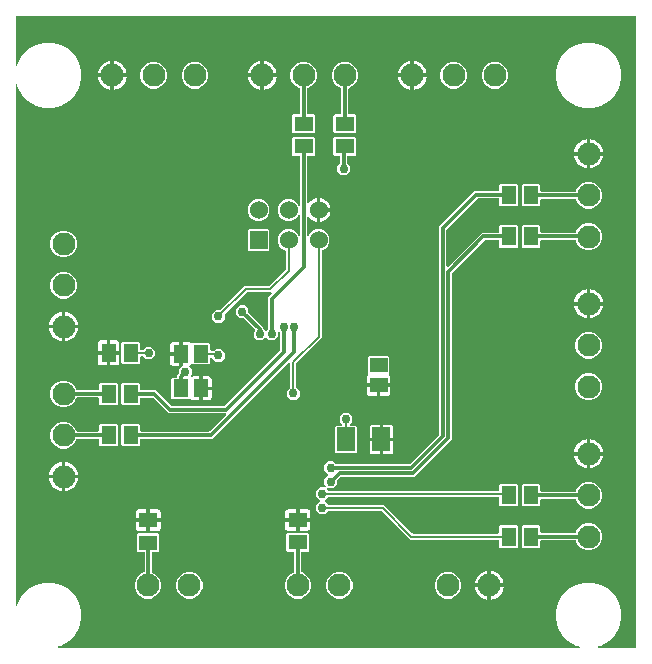
<source format=gbr>
G04 EAGLE Gerber RS-274X export*
G75*
%MOMM*%
%FSLAX34Y34*%
%LPD*%
%INBottom Copper*%
%IPPOS*%
%AMOC8*
5,1,8,0,0,1.08239X$1,22.5*%
G01*
%ADD10R,1.300000X1.500000*%
%ADD11R,1.500000X2.000000*%
%ADD12R,1.500000X1.300000*%
%ADD13R,1.530000X1.530000*%
%ADD14C,1.530000*%
%ADD15C,1.950000*%
%ADD16R,1.600000X1.300000*%
%ADD17R,1.300000X1.600000*%
%ADD18C,0.200000*%
%ADD19C,0.756400*%
%ADD20C,0.300000*%

G36*
X486940Y10165D02*
X486940Y10165D01*
X486963Y10162D01*
X487060Y10184D01*
X487158Y10200D01*
X487180Y10212D01*
X487203Y10217D01*
X487288Y10269D01*
X487376Y10316D01*
X487392Y10333D01*
X487413Y10346D01*
X487477Y10422D01*
X487545Y10494D01*
X487555Y10516D01*
X487571Y10534D01*
X487607Y10627D01*
X487649Y10717D01*
X487652Y10741D01*
X487660Y10763D01*
X487665Y10863D01*
X487676Y10961D01*
X487671Y10985D01*
X487672Y11009D01*
X487645Y11105D01*
X487624Y11202D01*
X487611Y11222D01*
X487605Y11246D01*
X487548Y11328D01*
X487498Y11413D01*
X487479Y11429D01*
X487466Y11448D01*
X487386Y11508D01*
X487311Y11573D01*
X487288Y11582D01*
X487269Y11596D01*
X487113Y11657D01*
X484623Y12324D01*
X478316Y15966D01*
X473166Y21116D01*
X469524Y27423D01*
X467639Y34458D01*
X467639Y41742D01*
X469524Y48777D01*
X473166Y55084D01*
X478316Y60234D01*
X484623Y63876D01*
X491658Y65761D01*
X498942Y65761D01*
X505977Y63876D01*
X512284Y60234D01*
X517434Y55084D01*
X521076Y48777D01*
X522961Y41742D01*
X522961Y34458D01*
X521076Y27423D01*
X517434Y21116D01*
X512284Y15966D01*
X505977Y12324D01*
X503487Y11657D01*
X503465Y11647D01*
X503442Y11643D01*
X503354Y11597D01*
X503263Y11556D01*
X503245Y11540D01*
X503224Y11528D01*
X503156Y11456D01*
X503083Y11389D01*
X503071Y11368D01*
X503055Y11350D01*
X503013Y11260D01*
X502965Y11173D01*
X502961Y11149D01*
X502951Y11127D01*
X502940Y11028D01*
X502923Y10930D01*
X502927Y10906D01*
X502924Y10883D01*
X502945Y10786D01*
X502960Y10687D01*
X502971Y10666D01*
X502976Y10642D01*
X503027Y10557D01*
X503073Y10468D01*
X503090Y10452D01*
X503102Y10431D01*
X503178Y10366D01*
X503249Y10297D01*
X503271Y10287D01*
X503289Y10271D01*
X503382Y10234D01*
X503471Y10191D01*
X503495Y10188D01*
X503518Y10179D01*
X503684Y10161D01*
X534978Y10161D01*
X534998Y10164D01*
X535017Y10162D01*
X535119Y10184D01*
X535221Y10200D01*
X535238Y10210D01*
X535258Y10214D01*
X535347Y10267D01*
X535438Y10316D01*
X535452Y10330D01*
X535469Y10340D01*
X535536Y10419D01*
X535608Y10494D01*
X535616Y10512D01*
X535629Y10527D01*
X535668Y10623D01*
X535711Y10717D01*
X535713Y10737D01*
X535721Y10755D01*
X535739Y10922D01*
X535739Y544578D01*
X535737Y544590D01*
X535738Y544598D01*
X535737Y544604D01*
X535738Y544617D01*
X535716Y544719D01*
X535700Y544821D01*
X535690Y544838D01*
X535686Y544858D01*
X535633Y544947D01*
X535584Y545038D01*
X535570Y545052D01*
X535560Y545069D01*
X535481Y545136D01*
X535406Y545208D01*
X535388Y545216D01*
X535373Y545229D01*
X535277Y545268D01*
X535183Y545311D01*
X535163Y545313D01*
X535145Y545321D01*
X534978Y545339D01*
X10922Y545339D01*
X10902Y545336D01*
X10883Y545338D01*
X10781Y545316D01*
X10679Y545300D01*
X10662Y545290D01*
X10642Y545286D01*
X10553Y545233D01*
X10462Y545184D01*
X10448Y545170D01*
X10431Y545160D01*
X10364Y545081D01*
X10292Y545006D01*
X10284Y544988D01*
X10271Y544973D01*
X10232Y544877D01*
X10189Y544783D01*
X10187Y544763D01*
X10179Y544745D01*
X10161Y544578D01*
X10161Y503684D01*
X10165Y503660D01*
X10162Y503637D01*
X10184Y503540D01*
X10200Y503442D01*
X10212Y503420D01*
X10217Y503397D01*
X10269Y503312D01*
X10316Y503224D01*
X10333Y503208D01*
X10346Y503187D01*
X10422Y503123D01*
X10494Y503055D01*
X10516Y503045D01*
X10534Y503029D01*
X10627Y502993D01*
X10717Y502951D01*
X10741Y502948D01*
X10763Y502940D01*
X10863Y502935D01*
X10961Y502924D01*
X10985Y502929D01*
X11009Y502928D01*
X11105Y502955D01*
X11202Y502976D01*
X11222Y502989D01*
X11246Y502995D01*
X11328Y503052D01*
X11413Y503102D01*
X11429Y503121D01*
X11448Y503134D01*
X11508Y503214D01*
X11573Y503289D01*
X11582Y503312D01*
X11596Y503331D01*
X11657Y503487D01*
X12324Y505977D01*
X15966Y512284D01*
X21116Y517434D01*
X27423Y521076D01*
X34458Y522961D01*
X41742Y522961D01*
X48777Y521076D01*
X55084Y517434D01*
X60234Y512284D01*
X63876Y505977D01*
X65761Y498942D01*
X65761Y491658D01*
X63876Y484623D01*
X60234Y478316D01*
X55084Y473166D01*
X48777Y469524D01*
X41742Y467639D01*
X34458Y467639D01*
X27423Y469524D01*
X21116Y473166D01*
X15966Y478316D01*
X12324Y484623D01*
X11657Y487113D01*
X11647Y487135D01*
X11643Y487158D01*
X11597Y487246D01*
X11556Y487337D01*
X11540Y487355D01*
X11528Y487376D01*
X11456Y487444D01*
X11389Y487517D01*
X11368Y487529D01*
X11350Y487545D01*
X11260Y487587D01*
X11173Y487635D01*
X11149Y487639D01*
X11127Y487649D01*
X11028Y487660D01*
X10930Y487677D01*
X10906Y487673D01*
X10883Y487676D01*
X10786Y487655D01*
X10687Y487640D01*
X10666Y487629D01*
X10642Y487624D01*
X10557Y487573D01*
X10468Y487527D01*
X10452Y487510D01*
X10431Y487498D01*
X10366Y487422D01*
X10297Y487351D01*
X10287Y487329D01*
X10271Y487311D01*
X10234Y487218D01*
X10191Y487129D01*
X10188Y487105D01*
X10179Y487082D01*
X10161Y486916D01*
X10161Y46484D01*
X10165Y46460D01*
X10162Y46437D01*
X10184Y46340D01*
X10200Y46242D01*
X10212Y46220D01*
X10217Y46197D01*
X10269Y46112D01*
X10316Y46024D01*
X10333Y46008D01*
X10346Y45987D01*
X10422Y45923D01*
X10494Y45855D01*
X10516Y45845D01*
X10534Y45829D01*
X10627Y45793D01*
X10717Y45751D01*
X10741Y45748D01*
X10763Y45740D01*
X10863Y45735D01*
X10961Y45724D01*
X10985Y45729D01*
X11009Y45728D01*
X11105Y45755D01*
X11202Y45776D01*
X11222Y45789D01*
X11246Y45795D01*
X11328Y45852D01*
X11413Y45902D01*
X11429Y45921D01*
X11448Y45934D01*
X11508Y46014D01*
X11573Y46089D01*
X11582Y46112D01*
X11596Y46131D01*
X11657Y46287D01*
X12324Y48777D01*
X15966Y55084D01*
X21116Y60234D01*
X27423Y63876D01*
X34458Y65761D01*
X41742Y65761D01*
X48777Y63876D01*
X55084Y60234D01*
X60234Y55084D01*
X63876Y48777D01*
X65761Y41742D01*
X65761Y34458D01*
X63876Y27423D01*
X60234Y21116D01*
X55084Y15966D01*
X48777Y12324D01*
X46287Y11657D01*
X46265Y11647D01*
X46242Y11643D01*
X46154Y11597D01*
X46063Y11556D01*
X46045Y11540D01*
X46024Y11528D01*
X45956Y11456D01*
X45883Y11389D01*
X45871Y11368D01*
X45855Y11350D01*
X45813Y11260D01*
X45765Y11173D01*
X45761Y11149D01*
X45751Y11127D01*
X45740Y11028D01*
X45723Y10930D01*
X45727Y10906D01*
X45724Y10883D01*
X45745Y10786D01*
X45760Y10687D01*
X45771Y10666D01*
X45776Y10642D01*
X45827Y10557D01*
X45873Y10468D01*
X45890Y10452D01*
X45902Y10431D01*
X45978Y10366D01*
X46049Y10297D01*
X46071Y10287D01*
X46089Y10271D01*
X46182Y10234D01*
X46271Y10191D01*
X46295Y10188D01*
X46318Y10179D01*
X46484Y10161D01*
X486916Y10161D01*
X486940Y10165D01*
G37*
%LPC*%
G36*
X100768Y181075D02*
X100768Y181075D01*
X99875Y181968D01*
X99875Y199232D01*
X100768Y200125D01*
X115032Y200125D01*
X115925Y199232D01*
X115925Y194386D01*
X115928Y194366D01*
X115926Y194347D01*
X115948Y194245D01*
X115964Y194143D01*
X115974Y194126D01*
X115978Y194106D01*
X116031Y194017D01*
X116080Y193926D01*
X116094Y193912D01*
X116104Y193895D01*
X116183Y193828D01*
X116258Y193756D01*
X116276Y193748D01*
X116291Y193735D01*
X116387Y193696D01*
X116481Y193653D01*
X116501Y193651D01*
X116519Y193643D01*
X116686Y193625D01*
X174032Y193625D01*
X174122Y193639D01*
X174213Y193647D01*
X174243Y193659D01*
X174275Y193664D01*
X174355Y193707D01*
X174439Y193743D01*
X174471Y193769D01*
X174492Y193780D01*
X174514Y193803D01*
X174570Y193848D01*
X188398Y207676D01*
X188440Y207734D01*
X188489Y207786D01*
X188511Y207833D01*
X188542Y207875D01*
X188563Y207944D01*
X188593Y208009D01*
X188599Y208061D01*
X188614Y208111D01*
X188612Y208182D01*
X188620Y208253D01*
X188609Y208304D01*
X188608Y208356D01*
X188583Y208424D01*
X188568Y208494D01*
X188541Y208539D01*
X188523Y208587D01*
X188478Y208643D01*
X188442Y208705D01*
X188402Y208739D01*
X188370Y208779D01*
X188309Y208818D01*
X188255Y208865D01*
X188206Y208884D01*
X188163Y208912D01*
X188093Y208930D01*
X188027Y208957D01*
X187955Y208965D01*
X187924Y208973D01*
X187901Y208971D01*
X187860Y208975D01*
X139747Y208975D01*
X126570Y222152D01*
X126496Y222205D01*
X126427Y222265D01*
X126397Y222277D01*
X126370Y222296D01*
X126283Y222323D01*
X126199Y222357D01*
X126158Y222361D01*
X126135Y222368D01*
X126103Y222367D01*
X126032Y222375D01*
X116686Y222375D01*
X116666Y222372D01*
X116647Y222374D01*
X116545Y222352D01*
X116443Y222336D01*
X116426Y222326D01*
X116406Y222322D01*
X116317Y222269D01*
X116226Y222220D01*
X116212Y222206D01*
X116195Y222196D01*
X116128Y222117D01*
X116056Y222042D01*
X116048Y222024D01*
X116035Y222009D01*
X115996Y221913D01*
X115953Y221819D01*
X115951Y221799D01*
X115943Y221781D01*
X115925Y221614D01*
X115925Y216768D01*
X115032Y215875D01*
X100768Y215875D01*
X99875Y216768D01*
X99875Y234032D01*
X100768Y234925D01*
X115032Y234925D01*
X115925Y234032D01*
X115925Y229186D01*
X115928Y229166D01*
X115926Y229147D01*
X115948Y229045D01*
X115964Y228943D01*
X115974Y228926D01*
X115978Y228906D01*
X116031Y228817D01*
X116080Y228726D01*
X116094Y228712D01*
X116104Y228695D01*
X116183Y228628D01*
X116258Y228556D01*
X116276Y228548D01*
X116291Y228535D01*
X116387Y228496D01*
X116481Y228453D01*
X116501Y228451D01*
X116519Y228443D01*
X116686Y228425D01*
X128853Y228425D01*
X142030Y215248D01*
X142104Y215195D01*
X142173Y215135D01*
X142203Y215123D01*
X142230Y215104D01*
X142317Y215077D01*
X142401Y215043D01*
X142442Y215039D01*
X142465Y215032D01*
X142497Y215033D01*
X142568Y215025D01*
X186432Y215025D01*
X186522Y215039D01*
X186613Y215047D01*
X186643Y215059D01*
X186675Y215064D01*
X186755Y215107D01*
X186839Y215143D01*
X186871Y215169D01*
X186892Y215180D01*
X186914Y215203D01*
X186970Y215248D01*
X233952Y262230D01*
X234005Y262304D01*
X234065Y262373D01*
X234077Y262403D01*
X234096Y262430D01*
X234123Y262517D01*
X234157Y262601D01*
X234161Y262642D01*
X234168Y262665D01*
X234167Y262697D01*
X234175Y262768D01*
X234175Y277305D01*
X234161Y277394D01*
X234153Y277486D01*
X234141Y277515D01*
X234136Y277547D01*
X234093Y277628D01*
X234057Y277712D01*
X234031Y277744D01*
X234020Y277765D01*
X233997Y277787D01*
X233952Y277843D01*
X233606Y278189D01*
X233548Y278231D01*
X233496Y278280D01*
X233449Y278302D01*
X233407Y278332D01*
X233338Y278354D01*
X233273Y278384D01*
X233221Y278389D01*
X233171Y278405D01*
X233100Y278403D01*
X233029Y278411D01*
X232978Y278400D01*
X232926Y278398D01*
X232858Y278374D01*
X232788Y278359D01*
X232743Y278332D01*
X232695Y278314D01*
X232639Y278269D01*
X232577Y278232D01*
X232543Y278193D01*
X232503Y278160D01*
X232464Y278100D01*
X232417Y278045D01*
X232398Y277997D01*
X232370Y277953D01*
X232352Y277884D01*
X232325Y277817D01*
X232317Y277746D01*
X232309Y277715D01*
X232311Y277692D01*
X232307Y277651D01*
X232307Y273802D01*
X229198Y270693D01*
X224802Y270693D01*
X222538Y272957D01*
X222522Y272968D01*
X222510Y272984D01*
X222422Y273040D01*
X222339Y273100D01*
X222320Y273106D01*
X222303Y273117D01*
X222202Y273142D01*
X222103Y273173D01*
X222084Y273172D01*
X222064Y273177D01*
X221961Y273169D01*
X221858Y273166D01*
X221839Y273160D01*
X221819Y273158D01*
X221724Y273118D01*
X221627Y273082D01*
X221611Y273069D01*
X221593Y273062D01*
X221462Y272957D01*
X219198Y270693D01*
X214802Y270693D01*
X211693Y273802D01*
X211693Y278198D01*
X212570Y279075D01*
X212582Y279091D01*
X212598Y279104D01*
X212654Y279191D01*
X212714Y279275D01*
X212720Y279294D01*
X212731Y279311D01*
X212756Y279411D01*
X212786Y279510D01*
X212786Y279530D01*
X212791Y279549D01*
X212783Y279652D01*
X212780Y279756D01*
X212773Y279775D01*
X212772Y279795D01*
X212731Y279889D01*
X212696Y279987D01*
X212683Y280003D01*
X212675Y280021D01*
X212570Y280152D01*
X203252Y289470D01*
X203178Y289523D01*
X203109Y289583D01*
X203079Y289595D01*
X203052Y289614D01*
X202965Y289641D01*
X202881Y289675D01*
X202840Y289679D01*
X202817Y289686D01*
X202785Y289685D01*
X202714Y289693D01*
X199802Y289693D01*
X196693Y292802D01*
X196693Y297198D01*
X199802Y300307D01*
X204198Y300307D01*
X207307Y297198D01*
X207307Y294286D01*
X207321Y294196D01*
X207329Y294105D01*
X207341Y294075D01*
X207346Y294043D01*
X207389Y293963D01*
X207425Y293879D01*
X207451Y293847D01*
X207462Y293826D01*
X207485Y293804D01*
X207530Y293748D01*
X220025Y281253D01*
X220025Y280795D01*
X220039Y280705D01*
X220047Y280614D01*
X220059Y280585D01*
X220064Y280553D01*
X220107Y280472D01*
X220143Y280388D01*
X220169Y280356D01*
X220180Y280335D01*
X220203Y280313D01*
X220248Y280257D01*
X221462Y279043D01*
X221478Y279032D01*
X221490Y279016D01*
X221578Y278960D01*
X221661Y278900D01*
X221680Y278894D01*
X221697Y278883D01*
X221798Y278858D01*
X221897Y278827D01*
X221916Y278828D01*
X221936Y278823D01*
X222039Y278831D01*
X222142Y278834D01*
X222161Y278840D01*
X222181Y278842D01*
X222276Y278882D01*
X222373Y278918D01*
X222389Y278931D01*
X222407Y278938D01*
X222538Y279043D01*
X223752Y280257D01*
X223805Y280331D01*
X223865Y280401D01*
X223877Y280431D01*
X223896Y280457D01*
X223923Y280544D01*
X223957Y280629D01*
X223961Y280670D01*
X223968Y280692D01*
X223967Y280724D01*
X223975Y280795D01*
X223975Y307253D01*
X226898Y310176D01*
X226940Y310234D01*
X226989Y310286D01*
X227011Y310333D01*
X227042Y310375D01*
X227063Y310444D01*
X227093Y310509D01*
X227099Y310561D01*
X227114Y310611D01*
X227112Y310682D01*
X227120Y310753D01*
X227109Y310804D01*
X227108Y310856D01*
X227083Y310924D01*
X227068Y310994D01*
X227041Y311039D01*
X227023Y311087D01*
X226978Y311143D01*
X226942Y311205D01*
X226902Y311239D01*
X226870Y311279D01*
X226809Y311318D01*
X226755Y311365D01*
X226706Y311384D01*
X226663Y311412D01*
X226593Y311430D01*
X226527Y311457D01*
X226455Y311465D01*
X226424Y311473D01*
X226401Y311471D01*
X226360Y311475D01*
X206361Y311475D01*
X206271Y311461D01*
X206180Y311453D01*
X206150Y311441D01*
X206118Y311436D01*
X206038Y311393D01*
X205954Y311357D01*
X205922Y311331D01*
X205901Y311320D01*
X205879Y311297D01*
X205823Y311252D01*
X187530Y292959D01*
X187477Y292885D01*
X187417Y292816D01*
X187405Y292786D01*
X187386Y292759D01*
X187359Y292672D01*
X187325Y292588D01*
X187321Y292547D01*
X187314Y292524D01*
X187315Y292492D01*
X187307Y292421D01*
X187307Y288802D01*
X184198Y285693D01*
X179802Y285693D01*
X176693Y288802D01*
X176693Y293198D01*
X179802Y296307D01*
X183421Y296307D01*
X183511Y296321D01*
X183602Y296329D01*
X183632Y296341D01*
X183664Y296346D01*
X183744Y296389D01*
X183828Y296425D01*
X183860Y296451D01*
X183881Y296462D01*
X183903Y296485D01*
X183959Y296530D01*
X203954Y316525D01*
X224639Y316525D01*
X224729Y316539D01*
X224820Y316547D01*
X224850Y316559D01*
X224882Y316564D01*
X224962Y316607D01*
X225046Y316643D01*
X225078Y316669D01*
X225099Y316680D01*
X225121Y316703D01*
X225177Y316748D01*
X238552Y330123D01*
X238596Y330184D01*
X238629Y330219D01*
X238635Y330232D01*
X238665Y330266D01*
X238677Y330296D01*
X238696Y330323D01*
X238723Y330410D01*
X238757Y330494D01*
X238761Y330535D01*
X238768Y330558D01*
X238767Y330590D01*
X238775Y330661D01*
X238775Y346206D01*
X238756Y346321D01*
X238739Y346437D01*
X238737Y346443D01*
X238736Y346449D01*
X238681Y346552D01*
X238628Y346657D01*
X238623Y346661D01*
X238620Y346667D01*
X238536Y346746D01*
X238452Y346829D01*
X238446Y346833D01*
X238442Y346836D01*
X238425Y346844D01*
X238305Y346910D01*
X236103Y347822D01*
X233522Y350403D01*
X232125Y353775D01*
X232125Y357425D01*
X233522Y360797D01*
X236103Y363378D01*
X239475Y364775D01*
X243125Y364775D01*
X246497Y363378D01*
X249078Y360797D01*
X249511Y359752D01*
X249562Y359669D01*
X249608Y359583D01*
X249627Y359566D01*
X249640Y359543D01*
X249715Y359481D01*
X249786Y359414D01*
X249810Y359403D01*
X249830Y359386D01*
X249921Y359352D01*
X250009Y359310D01*
X250035Y359308D01*
X250059Y359298D01*
X250157Y359294D01*
X250253Y359283D01*
X250279Y359289D01*
X250305Y359288D01*
X250399Y359315D01*
X250494Y359336D01*
X250516Y359349D01*
X250541Y359356D01*
X250621Y359412D01*
X250705Y359462D01*
X250722Y359482D01*
X250743Y359497D01*
X250802Y359575D01*
X250865Y359649D01*
X250875Y359673D01*
X250890Y359694D01*
X250920Y359786D01*
X250957Y359877D01*
X250960Y359909D01*
X250966Y359928D01*
X250966Y359961D01*
X250975Y360044D01*
X250975Y376556D01*
X250960Y376652D01*
X250950Y376749D01*
X250940Y376773D01*
X250936Y376799D01*
X250890Y376885D01*
X250850Y376974D01*
X250833Y376993D01*
X250820Y377016D01*
X250750Y377084D01*
X250684Y377155D01*
X250661Y377168D01*
X250642Y377186D01*
X250554Y377227D01*
X250468Y377274D01*
X250443Y377278D01*
X250419Y377289D01*
X250322Y377300D01*
X250226Y377318D01*
X250200Y377314D01*
X250175Y377317D01*
X250079Y377296D01*
X249983Y377282D01*
X249960Y377270D01*
X249934Y377264D01*
X249851Y377214D01*
X249764Y377170D01*
X249745Y377152D01*
X249723Y377138D01*
X249660Y377064D01*
X249592Y376995D01*
X249576Y376966D01*
X249563Y376951D01*
X249551Y376921D01*
X249511Y376848D01*
X249078Y375803D01*
X246497Y373222D01*
X243125Y371825D01*
X239475Y371825D01*
X236103Y373222D01*
X233522Y375803D01*
X232125Y379175D01*
X232125Y382825D01*
X233522Y386197D01*
X236103Y388778D01*
X239475Y390175D01*
X243125Y390175D01*
X246497Y388778D01*
X249078Y386197D01*
X249511Y385152D01*
X249562Y385069D01*
X249608Y384984D01*
X249626Y384966D01*
X249640Y384943D01*
X249716Y384881D01*
X249786Y384814D01*
X249810Y384803D01*
X249830Y384786D01*
X249921Y384752D01*
X250009Y384711D01*
X250035Y384708D01*
X250059Y384698D01*
X250157Y384694D01*
X250253Y384683D01*
X250279Y384689D01*
X250305Y384688D01*
X250399Y384715D01*
X250494Y384736D01*
X250516Y384749D01*
X250541Y384756D01*
X250621Y384812D01*
X250705Y384862D01*
X250722Y384882D01*
X250743Y384897D01*
X250802Y384975D01*
X250865Y385049D01*
X250875Y385073D01*
X250890Y385094D01*
X250920Y385187D01*
X250944Y385246D01*
X250947Y385252D01*
X250947Y385253D01*
X250957Y385277D01*
X250960Y385309D01*
X250966Y385328D01*
X250966Y385361D01*
X250975Y385444D01*
X250975Y426214D01*
X250972Y426234D01*
X250974Y426253D01*
X250952Y426355D01*
X250936Y426457D01*
X250926Y426474D01*
X250922Y426494D01*
X250869Y426583D01*
X250820Y426674D01*
X250806Y426688D01*
X250796Y426705D01*
X250717Y426772D01*
X250642Y426844D01*
X250624Y426852D01*
X250609Y426865D01*
X250513Y426904D01*
X250419Y426947D01*
X250399Y426949D01*
X250381Y426957D01*
X250214Y426975D01*
X245368Y426975D01*
X244475Y427868D01*
X244475Y442132D01*
X245368Y443025D01*
X262632Y443025D01*
X263525Y442132D01*
X263525Y427868D01*
X262632Y426975D01*
X257786Y426975D01*
X257766Y426972D01*
X257747Y426974D01*
X257645Y426952D01*
X257543Y426936D01*
X257526Y426926D01*
X257506Y426922D01*
X257417Y426869D01*
X257326Y426820D01*
X257312Y426806D01*
X257295Y426796D01*
X257228Y426717D01*
X257156Y426642D01*
X257148Y426624D01*
X257135Y426609D01*
X257096Y426513D01*
X257053Y426419D01*
X257051Y426399D01*
X257043Y426381D01*
X257025Y426214D01*
X257025Y387364D01*
X257026Y387356D01*
X257025Y387348D01*
X257046Y387234D01*
X257064Y387121D01*
X257068Y387114D01*
X257070Y387106D01*
X257126Y387005D01*
X257180Y386903D01*
X257185Y386898D01*
X257189Y386891D01*
X257275Y386813D01*
X257358Y386734D01*
X257365Y386731D01*
X257371Y386725D01*
X257477Y386679D01*
X257581Y386630D01*
X257589Y386630D01*
X257596Y386626D01*
X257711Y386616D01*
X257825Y386603D01*
X257833Y386605D01*
X257841Y386604D01*
X257953Y386631D01*
X258066Y386656D01*
X258073Y386660D01*
X258080Y386662D01*
X258178Y386723D01*
X258277Y386782D01*
X258282Y386788D01*
X258289Y386792D01*
X258402Y386916D01*
X258927Y387639D01*
X260061Y388773D01*
X261359Y389716D01*
X262788Y390444D01*
X264314Y390940D01*
X265177Y391077D01*
X265177Y381762D01*
X265180Y381742D01*
X265178Y381723D01*
X265200Y381621D01*
X265217Y381519D01*
X265226Y381502D01*
X265230Y381482D01*
X265283Y381393D01*
X265332Y381302D01*
X265346Y381288D01*
X265356Y381271D01*
X265435Y381204D01*
X265510Y381133D01*
X265528Y381124D01*
X265543Y381111D01*
X265639Y381073D01*
X265733Y381029D01*
X265753Y381027D01*
X265771Y381019D01*
X265938Y381001D01*
X266701Y381001D01*
X266701Y380999D01*
X265938Y380999D01*
X265918Y380996D01*
X265899Y380998D01*
X265797Y380976D01*
X265695Y380959D01*
X265678Y380950D01*
X265658Y380946D01*
X265569Y380893D01*
X265478Y380844D01*
X265464Y380830D01*
X265447Y380820D01*
X265380Y380741D01*
X265309Y380666D01*
X265300Y380648D01*
X265287Y380633D01*
X265248Y380537D01*
X265205Y380443D01*
X265203Y380423D01*
X265195Y380405D01*
X265177Y380238D01*
X265177Y370923D01*
X264314Y371060D01*
X262788Y371556D01*
X261359Y372284D01*
X260061Y373227D01*
X258927Y374361D01*
X258402Y375084D01*
X258396Y375090D01*
X258392Y375097D01*
X258309Y375176D01*
X258227Y375257D01*
X258220Y375260D01*
X258214Y375266D01*
X258110Y375314D01*
X258006Y375365D01*
X257998Y375366D01*
X257991Y375370D01*
X257877Y375382D01*
X257762Y375397D01*
X257754Y375396D01*
X257747Y375397D01*
X257634Y375372D01*
X257521Y375350D01*
X257514Y375346D01*
X257506Y375344D01*
X257408Y375286D01*
X257307Y375228D01*
X257302Y375222D01*
X257295Y375218D01*
X257220Y375131D01*
X257143Y375045D01*
X257140Y375037D01*
X257135Y375031D01*
X257092Y374924D01*
X257047Y374819D01*
X257046Y374811D01*
X257043Y374803D01*
X257025Y374636D01*
X257025Y360044D01*
X257040Y359948D01*
X257050Y359851D01*
X257060Y359827D01*
X257064Y359801D01*
X257110Y359715D01*
X257150Y359626D01*
X257167Y359607D01*
X257180Y359584D01*
X257250Y359516D01*
X257316Y359445D01*
X257339Y359432D01*
X257358Y359414D01*
X257446Y359373D01*
X257532Y359326D01*
X257557Y359322D01*
X257581Y359311D01*
X257678Y359300D01*
X257774Y359282D01*
X257800Y359286D01*
X257825Y359283D01*
X257921Y359304D01*
X258017Y359318D01*
X258040Y359330D01*
X258066Y359336D01*
X258149Y359386D01*
X258236Y359430D01*
X258255Y359448D01*
X258277Y359462D01*
X258340Y359536D01*
X258408Y359605D01*
X258424Y359634D01*
X258437Y359649D01*
X258449Y359679D01*
X258489Y359752D01*
X258922Y360797D01*
X261503Y363378D01*
X264875Y364775D01*
X268525Y364775D01*
X271897Y363378D01*
X274478Y360797D01*
X275875Y357425D01*
X275875Y353775D01*
X274478Y350403D01*
X271897Y347822D01*
X269795Y346951D01*
X269695Y346890D01*
X269595Y346830D01*
X269591Y346825D01*
X269586Y346822D01*
X269511Y346732D01*
X269435Y346643D01*
X269433Y346637D01*
X269429Y346632D01*
X269387Y346524D01*
X269343Y346415D01*
X269342Y346407D01*
X269341Y346402D01*
X269340Y346384D01*
X269325Y346248D01*
X269325Y272754D01*
X248048Y251477D01*
X247995Y251403D01*
X247935Y251334D01*
X247923Y251304D01*
X247904Y251277D01*
X247877Y251190D01*
X247843Y251106D01*
X247839Y251065D01*
X247832Y251042D01*
X247833Y251010D01*
X247825Y250939D01*
X247825Y231195D01*
X247839Y231105D01*
X247847Y231014D01*
X247859Y230985D01*
X247864Y230953D01*
X247907Y230872D01*
X247943Y230788D01*
X247969Y230756D01*
X247980Y230735D01*
X248003Y230713D01*
X248048Y230657D01*
X250607Y228098D01*
X250607Y223702D01*
X247498Y220593D01*
X243102Y220593D01*
X239993Y223702D01*
X239993Y228098D01*
X242552Y230657D01*
X242605Y230731D01*
X242665Y230801D01*
X242677Y230831D01*
X242696Y230857D01*
X242723Y230944D01*
X242757Y231029D01*
X242761Y231070D01*
X242768Y231092D01*
X242767Y231124D01*
X242775Y231195D01*
X242775Y251660D01*
X242764Y251731D01*
X242762Y251802D01*
X242744Y251851D01*
X242736Y251903D01*
X242702Y251966D01*
X242677Y252033D01*
X242645Y252074D01*
X242620Y252120D01*
X242568Y252169D01*
X242524Y252225D01*
X242480Y252254D01*
X242442Y252289D01*
X242377Y252320D01*
X242317Y252358D01*
X242266Y252371D01*
X242219Y252393D01*
X242148Y252401D01*
X242078Y252418D01*
X242026Y252414D01*
X241975Y252420D01*
X241904Y252405D01*
X241833Y252399D01*
X241785Y252379D01*
X241734Y252368D01*
X241673Y252331D01*
X241607Y252303D01*
X241551Y252258D01*
X241523Y252242D01*
X241508Y252224D01*
X241476Y252198D01*
X178848Y189570D01*
X176853Y187575D01*
X116686Y187575D01*
X116666Y187572D01*
X116647Y187574D01*
X116545Y187552D01*
X116443Y187536D01*
X116426Y187526D01*
X116406Y187522D01*
X116317Y187469D01*
X116226Y187420D01*
X116212Y187406D01*
X116195Y187396D01*
X116128Y187317D01*
X116056Y187242D01*
X116048Y187224D01*
X116035Y187209D01*
X115996Y187113D01*
X115953Y187019D01*
X115951Y186999D01*
X115943Y186981D01*
X115925Y186814D01*
X115925Y181968D01*
X115032Y181075D01*
X100768Y181075D01*
G37*
%LPD*%
%LPC*%
G36*
X420468Y95175D02*
X420468Y95175D01*
X419575Y96068D01*
X419575Y101414D01*
X419572Y101434D01*
X419574Y101453D01*
X419552Y101555D01*
X419536Y101657D01*
X419526Y101674D01*
X419522Y101694D01*
X419469Y101783D01*
X419420Y101874D01*
X419406Y101888D01*
X419396Y101905D01*
X419317Y101972D01*
X419242Y102044D01*
X419224Y102052D01*
X419209Y102065D01*
X419113Y102104D01*
X419019Y102147D01*
X418999Y102149D01*
X418981Y102157D01*
X418814Y102175D01*
X344254Y102175D01*
X320177Y126252D01*
X320103Y126305D01*
X320034Y126365D01*
X320004Y126377D01*
X319977Y126396D01*
X319890Y126423D01*
X319806Y126457D01*
X319765Y126461D01*
X319742Y126468D01*
X319710Y126467D01*
X319639Y126475D01*
X275295Y126475D01*
X275205Y126461D01*
X275114Y126453D01*
X275085Y126441D01*
X275053Y126436D01*
X274972Y126393D01*
X274888Y126357D01*
X274856Y126331D01*
X274835Y126320D01*
X274813Y126297D01*
X274757Y126252D01*
X272198Y123693D01*
X267802Y123693D01*
X264693Y126802D01*
X264693Y131198D01*
X267957Y134462D01*
X267968Y134478D01*
X267984Y134490D01*
X268036Y134571D01*
X268042Y134578D01*
X268046Y134586D01*
X268100Y134661D01*
X268106Y134680D01*
X268117Y134697D01*
X268140Y134787D01*
X268146Y134801D01*
X268147Y134814D01*
X268173Y134897D01*
X268172Y134916D01*
X268177Y134936D01*
X268170Y135022D01*
X268173Y135045D01*
X268168Y135067D01*
X268166Y135142D01*
X268160Y135161D01*
X268158Y135181D01*
X268128Y135251D01*
X268121Y135286D01*
X268104Y135314D01*
X268082Y135373D01*
X268069Y135389D01*
X268062Y135407D01*
X268008Y135475D01*
X267995Y135497D01*
X267981Y135509D01*
X267957Y135538D01*
X264693Y138802D01*
X264693Y143198D01*
X267802Y146307D01*
X272351Y146307D01*
X272421Y146318D01*
X272493Y146320D01*
X272542Y146338D01*
X272593Y146346D01*
X272657Y146380D01*
X272724Y146405D01*
X272765Y146437D01*
X272811Y146462D01*
X272860Y146514D01*
X272916Y146558D01*
X272944Y146602D01*
X272980Y146640D01*
X273010Y146705D01*
X273049Y146765D01*
X273062Y146816D01*
X273084Y146863D01*
X273092Y146934D01*
X273109Y147004D01*
X273105Y147056D01*
X273111Y147107D01*
X273096Y147178D01*
X273090Y147249D01*
X273070Y147297D01*
X273059Y147348D01*
X273022Y147409D01*
X272994Y147475D01*
X272949Y147531D01*
X272932Y147559D01*
X272915Y147574D01*
X272889Y147606D01*
X271693Y148802D01*
X271693Y153198D01*
X274957Y156462D01*
X274968Y156478D01*
X274984Y156490D01*
X275040Y156578D01*
X275100Y156661D01*
X275106Y156680D01*
X275117Y156697D01*
X275142Y156798D01*
X275173Y156897D01*
X275172Y156916D01*
X275177Y156936D01*
X275169Y157039D01*
X275166Y157142D01*
X275160Y157161D01*
X275158Y157181D01*
X275118Y157276D01*
X275082Y157373D01*
X275069Y157389D01*
X275062Y157407D01*
X274957Y157538D01*
X271693Y160802D01*
X271693Y165198D01*
X274802Y168307D01*
X279198Y168307D01*
X281257Y166248D01*
X281331Y166195D01*
X281401Y166135D01*
X281431Y166123D01*
X281457Y166104D01*
X281544Y166077D01*
X281629Y166043D01*
X281670Y166039D01*
X281692Y166032D01*
X281724Y166033D01*
X281795Y166025D01*
X343432Y166025D01*
X343522Y166039D01*
X343613Y166047D01*
X343643Y166059D01*
X343675Y166064D01*
X343755Y166107D01*
X343839Y166143D01*
X343871Y166169D01*
X343892Y166180D01*
X343914Y166203D01*
X343970Y166248D01*
X368752Y191030D01*
X368805Y191104D01*
X368865Y191173D01*
X368877Y191203D01*
X368896Y191230D01*
X368923Y191317D01*
X368957Y191401D01*
X368961Y191442D01*
X368968Y191465D01*
X368967Y191497D01*
X368975Y191568D01*
X368975Y367253D01*
X398747Y397025D01*
X418814Y397025D01*
X418834Y397028D01*
X418853Y397026D01*
X418955Y397048D01*
X419057Y397064D01*
X419074Y397074D01*
X419094Y397078D01*
X419183Y397131D01*
X419274Y397180D01*
X419288Y397194D01*
X419305Y397204D01*
X419372Y397283D01*
X419444Y397358D01*
X419452Y397376D01*
X419465Y397391D01*
X419504Y397487D01*
X419547Y397581D01*
X419549Y397601D01*
X419557Y397619D01*
X419575Y397786D01*
X419575Y402332D01*
X420468Y403225D01*
X434732Y403225D01*
X435625Y402332D01*
X435625Y385068D01*
X434732Y384175D01*
X420468Y384175D01*
X419575Y385068D01*
X419575Y390214D01*
X419572Y390234D01*
X419574Y390253D01*
X419552Y390355D01*
X419536Y390457D01*
X419526Y390474D01*
X419522Y390494D01*
X419469Y390583D01*
X419420Y390674D01*
X419406Y390688D01*
X419396Y390705D01*
X419317Y390772D01*
X419242Y390844D01*
X419224Y390852D01*
X419209Y390865D01*
X419113Y390904D01*
X419019Y390947D01*
X418999Y390949D01*
X418981Y390957D01*
X418814Y390975D01*
X401568Y390975D01*
X401478Y390961D01*
X401387Y390953D01*
X401357Y390941D01*
X401325Y390936D01*
X401245Y390893D01*
X401161Y390857D01*
X401129Y390831D01*
X401108Y390820D01*
X401086Y390797D01*
X401030Y390752D01*
X375248Y364970D01*
X375195Y364896D01*
X375135Y364827D01*
X375123Y364797D01*
X375104Y364770D01*
X375077Y364683D01*
X375043Y364599D01*
X375039Y364558D01*
X375032Y364535D01*
X375033Y364503D01*
X375025Y364432D01*
X375025Y333616D01*
X375036Y333545D01*
X375038Y333474D01*
X375056Y333425D01*
X375064Y333373D01*
X375098Y333310D01*
X375123Y333243D01*
X375155Y333202D01*
X375180Y333156D01*
X375232Y333107D01*
X375276Y333051D01*
X375320Y333022D01*
X375358Y332987D01*
X375423Y332956D01*
X375483Y332918D01*
X375534Y332905D01*
X375581Y332883D01*
X375652Y332875D01*
X375722Y332858D01*
X375774Y332862D01*
X375825Y332856D01*
X375896Y332871D01*
X375967Y332877D01*
X376015Y332897D01*
X376066Y332908D01*
X376127Y332945D01*
X376193Y332973D01*
X376249Y333018D01*
X376277Y333034D01*
X376292Y333052D01*
X376324Y333078D01*
X403076Y359830D01*
X405071Y361825D01*
X418814Y361825D01*
X418834Y361828D01*
X418853Y361826D01*
X418955Y361848D01*
X419057Y361864D01*
X419074Y361874D01*
X419094Y361878D01*
X419183Y361931D01*
X419274Y361980D01*
X419288Y361994D01*
X419305Y362004D01*
X419372Y362083D01*
X419444Y362158D01*
X419452Y362176D01*
X419465Y362191D01*
X419504Y362287D01*
X419547Y362381D01*
X419549Y362401D01*
X419557Y362419D01*
X419575Y362586D01*
X419575Y367432D01*
X420468Y368325D01*
X434732Y368325D01*
X435625Y367432D01*
X435625Y350168D01*
X434732Y349275D01*
X420468Y349275D01*
X419575Y350168D01*
X419575Y355014D01*
X419573Y355031D01*
X419574Y355046D01*
X419574Y355049D01*
X419574Y355053D01*
X419552Y355155D01*
X419536Y355257D01*
X419526Y355274D01*
X419522Y355294D01*
X419469Y355383D01*
X419420Y355474D01*
X419406Y355488D01*
X419396Y355505D01*
X419317Y355572D01*
X419242Y355644D01*
X419224Y355652D01*
X419209Y355665D01*
X419113Y355704D01*
X419019Y355747D01*
X418999Y355749D01*
X418981Y355757D01*
X418814Y355775D01*
X407892Y355775D01*
X407802Y355761D01*
X407711Y355753D01*
X407681Y355741D01*
X407649Y355736D01*
X407569Y355693D01*
X407485Y355657D01*
X407453Y355631D01*
X407432Y355620D01*
X407426Y355614D01*
X407425Y355613D01*
X407408Y355596D01*
X407354Y355552D01*
X379772Y327970D01*
X379719Y327896D01*
X379659Y327827D01*
X379647Y327797D01*
X379628Y327770D01*
X379601Y327683D01*
X379567Y327599D01*
X379563Y327558D01*
X379556Y327535D01*
X379557Y327503D01*
X379549Y327432D01*
X379549Y186873D01*
X348127Y155451D01*
X286044Y155451D01*
X285954Y155437D01*
X285863Y155429D01*
X285833Y155417D01*
X285801Y155412D01*
X285721Y155369D01*
X285637Y155333D01*
X285605Y155307D01*
X285584Y155296D01*
X285562Y155273D01*
X285506Y155228D01*
X282530Y152252D01*
X282482Y152185D01*
X282478Y152181D01*
X282476Y152178D01*
X282417Y152109D01*
X282405Y152079D01*
X282386Y152052D01*
X282359Y151965D01*
X282325Y151881D01*
X282321Y151840D01*
X282314Y151817D01*
X282315Y151785D01*
X282307Y151714D01*
X282307Y148802D01*
X279198Y145693D01*
X274649Y145693D01*
X274579Y145682D01*
X274507Y145680D01*
X274458Y145662D01*
X274407Y145654D01*
X274343Y145620D01*
X274276Y145595D01*
X274235Y145563D01*
X274189Y145538D01*
X274140Y145487D01*
X274084Y145442D01*
X274056Y145398D01*
X274020Y145360D01*
X273990Y145295D01*
X273951Y145235D01*
X273938Y145184D01*
X273916Y145137D01*
X273908Y145066D01*
X273891Y144996D01*
X273895Y144944D01*
X273889Y144893D01*
X273904Y144822D01*
X273910Y144751D01*
X273930Y144703D01*
X273941Y144652D01*
X273978Y144591D01*
X274006Y144525D01*
X274051Y144469D01*
X274068Y144441D01*
X274085Y144426D01*
X274111Y144394D01*
X274757Y143748D01*
X274831Y143694D01*
X274901Y143635D01*
X274931Y143623D01*
X274957Y143604D01*
X275044Y143577D01*
X275129Y143543D01*
X275170Y143539D01*
X275192Y143532D01*
X275224Y143533D01*
X275295Y143525D01*
X418814Y143525D01*
X418834Y143528D01*
X418853Y143526D01*
X418955Y143548D01*
X419057Y143564D01*
X419074Y143574D01*
X419094Y143578D01*
X419183Y143631D01*
X419274Y143680D01*
X419288Y143694D01*
X419305Y143704D01*
X419372Y143783D01*
X419444Y143858D01*
X419452Y143876D01*
X419465Y143891D01*
X419504Y143987D01*
X419547Y144081D01*
X419549Y144101D01*
X419557Y144119D01*
X419575Y144286D01*
X419575Y148332D01*
X420468Y149225D01*
X434732Y149225D01*
X435625Y148332D01*
X435625Y131068D01*
X434732Y130175D01*
X420468Y130175D01*
X419575Y131068D01*
X419575Y137714D01*
X419572Y137734D01*
X419574Y137753D01*
X419552Y137855D01*
X419536Y137957D01*
X419526Y137974D01*
X419522Y137994D01*
X419469Y138083D01*
X419420Y138174D01*
X419406Y138188D01*
X419396Y138205D01*
X419317Y138272D01*
X419242Y138344D01*
X419224Y138352D01*
X419209Y138365D01*
X419113Y138404D01*
X419019Y138447D01*
X418999Y138449D01*
X418981Y138457D01*
X418814Y138475D01*
X275295Y138475D01*
X275205Y138461D01*
X275114Y138453D01*
X275085Y138441D01*
X275053Y138436D01*
X274972Y138393D01*
X274888Y138357D01*
X274856Y138331D01*
X274835Y138320D01*
X274813Y138297D01*
X274757Y138252D01*
X272043Y135538D01*
X272032Y135522D01*
X272016Y135510D01*
X271987Y135465D01*
X271958Y135434D01*
X271939Y135393D01*
X271900Y135339D01*
X271894Y135320D01*
X271883Y135303D01*
X271867Y135238D01*
X271854Y135211D01*
X271851Y135179D01*
X271827Y135103D01*
X271828Y135084D01*
X271823Y135064D01*
X271829Y134985D01*
X271827Y134966D01*
X271831Y134946D01*
X271834Y134858D01*
X271840Y134839D01*
X271842Y134819D01*
X271877Y134738D01*
X271879Y134726D01*
X271886Y134715D01*
X271918Y134627D01*
X271931Y134611D01*
X271938Y134593D01*
X272043Y134462D01*
X274757Y131748D01*
X274831Y131695D01*
X274901Y131635D01*
X274931Y131623D01*
X274957Y131604D01*
X275044Y131577D01*
X275129Y131543D01*
X275170Y131539D01*
X275192Y131532D01*
X275224Y131533D01*
X275295Y131525D01*
X322046Y131525D01*
X346123Y107448D01*
X346197Y107395D01*
X346266Y107335D01*
X346296Y107323D01*
X346323Y107304D01*
X346410Y107277D01*
X346494Y107243D01*
X346535Y107239D01*
X346558Y107232D01*
X346590Y107233D01*
X346661Y107225D01*
X418814Y107225D01*
X418834Y107228D01*
X418853Y107226D01*
X418955Y107248D01*
X419057Y107264D01*
X419074Y107274D01*
X419094Y107278D01*
X419183Y107331D01*
X419274Y107380D01*
X419288Y107394D01*
X419305Y107404D01*
X419372Y107483D01*
X419444Y107558D01*
X419452Y107576D01*
X419465Y107591D01*
X419504Y107687D01*
X419547Y107781D01*
X419549Y107801D01*
X419557Y107819D01*
X419575Y107986D01*
X419575Y113332D01*
X420468Y114225D01*
X434732Y114225D01*
X435625Y113332D01*
X435625Y96068D01*
X434732Y95175D01*
X420468Y95175D01*
G37*
%LPD*%
%LPC*%
G36*
X491658Y467639D02*
X491658Y467639D01*
X484623Y469524D01*
X478316Y473166D01*
X473166Y478316D01*
X469524Y484623D01*
X467639Y491658D01*
X467639Y498942D01*
X469524Y505977D01*
X473166Y512284D01*
X478316Y517434D01*
X484623Y521076D01*
X491658Y522961D01*
X498942Y522961D01*
X505977Y521076D01*
X512284Y517434D01*
X517434Y512284D01*
X521076Y505977D01*
X522961Y498942D01*
X522961Y491658D01*
X521076Y484623D01*
X517434Y478316D01*
X512284Y473166D01*
X505977Y469524D01*
X498942Y467639D01*
X491658Y467639D01*
G37*
%LPD*%
%LPC*%
G36*
X160331Y220159D02*
X160331Y220159D01*
X159684Y220332D01*
X159105Y220667D01*
X158632Y221140D01*
X158626Y221150D01*
X158551Y221241D01*
X158477Y221335D01*
X158473Y221337D01*
X158470Y221340D01*
X158371Y221403D01*
X158270Y221468D01*
X158266Y221469D01*
X158262Y221471D01*
X158147Y221499D01*
X158031Y221528D01*
X158027Y221527D01*
X158023Y221528D01*
X157904Y221518D01*
X157786Y221509D01*
X157782Y221507D01*
X157778Y221507D01*
X157670Y221459D01*
X157560Y221412D01*
X157556Y221409D01*
X157553Y221408D01*
X157543Y221399D01*
X157429Y221307D01*
X157297Y221175D01*
X143033Y221175D01*
X142140Y222068D01*
X142140Y238332D01*
X143033Y239225D01*
X146379Y239225D01*
X146399Y239228D01*
X146418Y239226D01*
X146520Y239248D01*
X146622Y239264D01*
X146639Y239274D01*
X146659Y239278D01*
X146748Y239331D01*
X146839Y239380D01*
X146853Y239394D01*
X146870Y239404D01*
X146937Y239483D01*
X147009Y239558D01*
X147017Y239576D01*
X147030Y239591D01*
X147069Y239687D01*
X147112Y239781D01*
X147114Y239801D01*
X147122Y239819D01*
X147140Y239986D01*
X147140Y241418D01*
X148470Y242748D01*
X148523Y242822D01*
X148583Y242891D01*
X148595Y242921D01*
X148614Y242948D01*
X148641Y243035D01*
X148675Y243119D01*
X148679Y243160D01*
X148686Y243183D01*
X148685Y243215D01*
X148693Y243286D01*
X148693Y246198D01*
X151465Y248970D01*
X151518Y249044D01*
X151578Y249113D01*
X151590Y249144D01*
X151609Y249170D01*
X151636Y249257D01*
X151670Y249342D01*
X151674Y249383D01*
X151681Y249405D01*
X151680Y249437D01*
X151688Y249508D01*
X151688Y258648D01*
X151685Y258668D01*
X151687Y258687D01*
X151665Y258789D01*
X151648Y258891D01*
X151639Y258908D01*
X151635Y258928D01*
X151582Y259017D01*
X151533Y259108D01*
X151519Y259122D01*
X151509Y259139D01*
X151430Y259206D01*
X151355Y259277D01*
X151337Y259286D01*
X151322Y259299D01*
X151226Y259338D01*
X151132Y259381D01*
X151112Y259383D01*
X151094Y259391D01*
X150927Y259409D01*
X150164Y259409D01*
X150164Y259411D01*
X150927Y259411D01*
X150947Y259414D01*
X150966Y259412D01*
X151068Y259434D01*
X151170Y259451D01*
X151187Y259460D01*
X151207Y259464D01*
X151296Y259517D01*
X151387Y259566D01*
X151401Y259580D01*
X151418Y259590D01*
X151485Y259669D01*
X151556Y259744D01*
X151565Y259762D01*
X151578Y259777D01*
X151617Y259873D01*
X151660Y259967D01*
X151662Y259987D01*
X151670Y260005D01*
X151688Y260172D01*
X151688Y269451D01*
X156999Y269451D01*
X157646Y269278D01*
X158225Y268943D01*
X158698Y268470D01*
X158704Y268460D01*
X158779Y268369D01*
X158853Y268275D01*
X158857Y268273D01*
X158860Y268270D01*
X158959Y268207D01*
X159060Y268142D01*
X159064Y268141D01*
X159068Y268139D01*
X159183Y268111D01*
X159299Y268082D01*
X159303Y268083D01*
X159307Y268082D01*
X159426Y268092D01*
X159544Y268101D01*
X159548Y268103D01*
X159552Y268103D01*
X159660Y268151D01*
X159770Y268198D01*
X159774Y268201D01*
X159777Y268202D01*
X159787Y268211D01*
X159901Y268303D01*
X160033Y268435D01*
X174297Y268435D01*
X175190Y267542D01*
X175190Y262696D01*
X175193Y262676D01*
X175191Y262657D01*
X175213Y262555D01*
X175229Y262453D01*
X175239Y262436D01*
X175243Y262416D01*
X175296Y262327D01*
X175345Y262236D01*
X175359Y262222D01*
X175369Y262205D01*
X175448Y262138D01*
X175523Y262066D01*
X175541Y262058D01*
X175556Y262045D01*
X175652Y262006D01*
X175746Y261963D01*
X175766Y261961D01*
X175784Y261953D01*
X175951Y261935D01*
X178115Y261935D01*
X178205Y261949D01*
X178296Y261957D01*
X178325Y261969D01*
X178357Y261974D01*
X178438Y262017D01*
X178522Y262053D01*
X178554Y262079D01*
X178575Y262090D01*
X178597Y262113D01*
X178653Y262158D01*
X179802Y263307D01*
X184198Y263307D01*
X187307Y260198D01*
X187307Y255802D01*
X184198Y252693D01*
X179802Y252693D01*
X176489Y256006D01*
X176431Y256048D01*
X176379Y256097D01*
X176332Y256119D01*
X176290Y256149D01*
X176221Y256171D01*
X176156Y256201D01*
X176104Y256206D01*
X176054Y256222D01*
X175983Y256220D01*
X175912Y256228D01*
X175861Y256217D01*
X175809Y256215D01*
X175741Y256191D01*
X175671Y256176D01*
X175626Y256149D01*
X175578Y256131D01*
X175522Y256086D01*
X175460Y256049D01*
X175426Y256010D01*
X175386Y255977D01*
X175347Y255917D01*
X175300Y255862D01*
X175281Y255814D01*
X175253Y255770D01*
X175235Y255701D01*
X175208Y255634D01*
X175200Y255563D01*
X175192Y255532D01*
X175194Y255509D01*
X175190Y255468D01*
X175190Y251278D01*
X174297Y250385D01*
X160033Y250385D01*
X159901Y250517D01*
X159806Y250586D01*
X159800Y250590D01*
X159783Y250605D01*
X159776Y250608D01*
X159709Y250657D01*
X159705Y250659D01*
X159702Y250661D01*
X159588Y250696D01*
X159475Y250732D01*
X159470Y250732D01*
X159467Y250733D01*
X159348Y250730D01*
X159229Y250728D01*
X159225Y250727D01*
X159221Y250727D01*
X159110Y250686D01*
X158997Y250647D01*
X158994Y250644D01*
X158990Y250643D01*
X158897Y250568D01*
X158803Y250495D01*
X158800Y250491D01*
X158798Y250489D01*
X158790Y250477D01*
X158725Y250388D01*
X158719Y250383D01*
X158717Y250378D01*
X158704Y250360D01*
X158698Y250350D01*
X158225Y249877D01*
X157646Y249542D01*
X157592Y249528D01*
X157505Y249489D01*
X157415Y249456D01*
X157393Y249438D01*
X157368Y249427D01*
X157298Y249362D01*
X157223Y249302D01*
X157208Y249279D01*
X157187Y249259D01*
X157142Y249176D01*
X157090Y249095D01*
X157083Y249068D01*
X157070Y249043D01*
X157053Y248949D01*
X157030Y248857D01*
X157032Y248829D01*
X157028Y248801D01*
X157042Y248706D01*
X157049Y248612D01*
X157060Y248586D01*
X157065Y248558D01*
X157108Y248473D01*
X157146Y248385D01*
X157168Y248358D01*
X157177Y248339D01*
X157201Y248316D01*
X157250Y248254D01*
X159307Y246198D01*
X159307Y241802D01*
X158776Y241271D01*
X158762Y241252D01*
X158743Y241236D01*
X158691Y241152D01*
X158633Y241072D01*
X158626Y241048D01*
X158613Y241028D01*
X158589Y240931D01*
X158560Y240836D01*
X158561Y240812D01*
X158555Y240789D01*
X158564Y240690D01*
X158567Y240591D01*
X158575Y240568D01*
X158577Y240544D01*
X158617Y240453D01*
X158651Y240360D01*
X158666Y240341D01*
X158676Y240319D01*
X158743Y240245D01*
X158805Y240168D01*
X158825Y240154D01*
X158841Y240137D01*
X158928Y240088D01*
X159012Y240035D01*
X159035Y240029D01*
X159056Y240017D01*
X159154Y239999D01*
X159250Y239974D01*
X159274Y239976D01*
X159298Y239972D01*
X159396Y239986D01*
X159495Y239994D01*
X159518Y240003D01*
X159542Y240006D01*
X159676Y240065D01*
X160331Y240241D01*
X165642Y240241D01*
X165642Y230962D01*
X165645Y230942D01*
X165643Y230923D01*
X165665Y230821D01*
X165682Y230719D01*
X165691Y230702D01*
X165695Y230682D01*
X165748Y230593D01*
X165797Y230502D01*
X165811Y230488D01*
X165821Y230471D01*
X165900Y230404D01*
X165975Y230333D01*
X165993Y230324D01*
X166008Y230311D01*
X166104Y230272D01*
X166198Y230229D01*
X166218Y230227D01*
X166236Y230219D01*
X166403Y230201D01*
X167166Y230201D01*
X167166Y230199D01*
X166403Y230199D01*
X166383Y230196D01*
X166364Y230198D01*
X166262Y230176D01*
X166160Y230159D01*
X166143Y230150D01*
X166123Y230146D01*
X166034Y230093D01*
X165943Y230044D01*
X165929Y230030D01*
X165912Y230020D01*
X165845Y229941D01*
X165774Y229866D01*
X165765Y229848D01*
X165752Y229833D01*
X165713Y229737D01*
X165670Y229643D01*
X165668Y229623D01*
X165660Y229605D01*
X165642Y229438D01*
X165642Y220159D01*
X160331Y220159D01*
G37*
%LPD*%
%LPC*%
G36*
X493057Y347425D02*
X493057Y347425D01*
X488913Y349142D01*
X485742Y352313D01*
X484502Y355305D01*
X484441Y355405D01*
X484381Y355505D01*
X484376Y355509D01*
X484373Y355514D01*
X484283Y355589D01*
X484194Y355665D01*
X484188Y355667D01*
X484183Y355671D01*
X484075Y355713D01*
X483966Y355757D01*
X483958Y355758D01*
X483954Y355759D01*
X483935Y355760D01*
X483799Y355775D01*
X455386Y355775D01*
X455366Y355772D01*
X455347Y355774D01*
X455245Y355752D01*
X455143Y355736D01*
X455126Y355726D01*
X455106Y355722D01*
X455017Y355669D01*
X454926Y355620D01*
X454912Y355606D01*
X454895Y355596D01*
X454828Y355517D01*
X454756Y355442D01*
X454748Y355424D01*
X454735Y355409D01*
X454696Y355313D01*
X454653Y355219D01*
X454651Y355199D01*
X454643Y355181D01*
X454625Y355014D01*
X454625Y350168D01*
X453732Y349275D01*
X439468Y349275D01*
X438575Y350168D01*
X438575Y367432D01*
X439468Y368325D01*
X453732Y368325D01*
X454625Y367432D01*
X454625Y362586D01*
X454628Y362566D01*
X454626Y362547D01*
X454648Y362445D01*
X454664Y362343D01*
X454674Y362326D01*
X454678Y362306D01*
X454731Y362217D01*
X454780Y362126D01*
X454794Y362112D01*
X454804Y362095D01*
X454883Y362028D01*
X454958Y361956D01*
X454976Y361948D01*
X454991Y361935D01*
X455087Y361896D01*
X455181Y361853D01*
X455201Y361851D01*
X455219Y361843D01*
X455386Y361825D01*
X483882Y361825D01*
X483997Y361844D01*
X484113Y361861D01*
X484119Y361863D01*
X484125Y361864D01*
X484227Y361919D01*
X484332Y361972D01*
X484337Y361977D01*
X484342Y361980D01*
X484422Y362064D01*
X484504Y362148D01*
X484508Y362154D01*
X484511Y362158D01*
X484519Y362175D01*
X484585Y362295D01*
X485742Y365087D01*
X488913Y368258D01*
X493057Y369975D01*
X497543Y369975D01*
X501687Y368258D01*
X504858Y365087D01*
X506575Y360943D01*
X506575Y356457D01*
X504858Y352313D01*
X501687Y349142D01*
X497543Y347425D01*
X493057Y347425D01*
G37*
%LPD*%
%LPC*%
G36*
X493057Y382425D02*
X493057Y382425D01*
X488913Y384142D01*
X485742Y387313D01*
X484544Y390205D01*
X484482Y390304D01*
X484422Y390405D01*
X484418Y390409D01*
X484414Y390414D01*
X484325Y390489D01*
X484235Y390565D01*
X484230Y390567D01*
X484225Y390571D01*
X484117Y390613D01*
X484007Y390657D01*
X484000Y390658D01*
X483995Y390659D01*
X483977Y390660D01*
X483841Y390675D01*
X455386Y390675D01*
X455366Y390672D01*
X455347Y390674D01*
X455245Y390652D01*
X455143Y390636D01*
X455126Y390626D01*
X455106Y390622D01*
X455017Y390569D01*
X454926Y390520D01*
X454912Y390506D01*
X454895Y390496D01*
X454828Y390417D01*
X454756Y390342D01*
X454748Y390324D01*
X454735Y390309D01*
X454696Y390213D01*
X454653Y390119D01*
X454651Y390099D01*
X454643Y390081D01*
X454625Y389914D01*
X454625Y385068D01*
X453732Y384175D01*
X439468Y384175D01*
X438575Y385068D01*
X438575Y402332D01*
X439468Y403225D01*
X453732Y403225D01*
X454625Y402332D01*
X454625Y397486D01*
X454628Y397466D01*
X454626Y397447D01*
X454648Y397345D01*
X454664Y397243D01*
X454674Y397226D01*
X454678Y397206D01*
X454731Y397117D01*
X454780Y397026D01*
X454794Y397012D01*
X454804Y396995D01*
X454883Y396928D01*
X454958Y396856D01*
X454976Y396848D01*
X454991Y396835D01*
X455087Y396796D01*
X455181Y396753D01*
X455201Y396751D01*
X455219Y396743D01*
X455386Y396725D01*
X483841Y396725D01*
X483955Y396744D01*
X484071Y396761D01*
X484077Y396763D01*
X484083Y396764D01*
X484186Y396819D01*
X484291Y396872D01*
X484295Y396877D01*
X484301Y396880D01*
X484381Y396964D01*
X484463Y397048D01*
X484467Y397054D01*
X484470Y397058D01*
X484478Y397075D01*
X484544Y397195D01*
X485742Y400087D01*
X488913Y403258D01*
X493057Y404975D01*
X497543Y404975D01*
X501687Y403258D01*
X504858Y400087D01*
X506575Y395943D01*
X506575Y391457D01*
X504858Y387313D01*
X501687Y384142D01*
X497543Y382425D01*
X493057Y382425D01*
G37*
%LPD*%
%LPC*%
G36*
X493057Y128425D02*
X493057Y128425D01*
X488913Y130142D01*
X485742Y133313D01*
X484544Y136205D01*
X484482Y136305D01*
X484422Y136405D01*
X484418Y136409D01*
X484414Y136414D01*
X484325Y136488D01*
X484235Y136565D01*
X484230Y136567D01*
X484225Y136571D01*
X484117Y136613D01*
X484007Y136657D01*
X484000Y136658D01*
X483995Y136659D01*
X483977Y136660D01*
X483841Y136675D01*
X455386Y136675D01*
X455366Y136672D01*
X455347Y136674D01*
X455245Y136652D01*
X455143Y136636D01*
X455126Y136626D01*
X455106Y136622D01*
X455017Y136569D01*
X454926Y136520D01*
X454912Y136506D01*
X454895Y136496D01*
X454828Y136417D01*
X454756Y136342D01*
X454748Y136324D01*
X454735Y136309D01*
X454696Y136213D01*
X454653Y136119D01*
X454651Y136099D01*
X454643Y136081D01*
X454625Y135914D01*
X454625Y131068D01*
X453732Y130175D01*
X439468Y130175D01*
X438575Y131068D01*
X438575Y148332D01*
X439468Y149225D01*
X453732Y149225D01*
X454625Y148332D01*
X454625Y143486D01*
X454628Y143466D01*
X454626Y143447D01*
X454648Y143345D01*
X454664Y143243D01*
X454674Y143226D01*
X454678Y143206D01*
X454731Y143117D01*
X454780Y143026D01*
X454794Y143012D01*
X454804Y142995D01*
X454883Y142928D01*
X454958Y142856D01*
X454976Y142848D01*
X454991Y142835D01*
X455087Y142796D01*
X455181Y142753D01*
X455201Y142751D01*
X455219Y142743D01*
X455386Y142725D01*
X483841Y142725D01*
X483955Y142744D01*
X484071Y142761D01*
X484077Y142763D01*
X484083Y142764D01*
X484186Y142819D01*
X484291Y142872D01*
X484295Y142877D01*
X484301Y142880D01*
X484381Y142964D01*
X484463Y143048D01*
X484467Y143054D01*
X484470Y143058D01*
X484478Y143075D01*
X484544Y143195D01*
X485742Y146087D01*
X488913Y149258D01*
X493057Y150975D01*
X497543Y150975D01*
X501687Y149258D01*
X504858Y146087D01*
X506575Y141943D01*
X506575Y137457D01*
X504858Y133313D01*
X501687Y130142D01*
X497543Y128425D01*
X493057Y128425D01*
G37*
%LPD*%
%LPC*%
G36*
X493057Y93425D02*
X493057Y93425D01*
X488913Y95142D01*
X485742Y98313D01*
X484544Y101205D01*
X484482Y101305D01*
X484422Y101405D01*
X484418Y101409D01*
X484414Y101414D01*
X484325Y101489D01*
X484235Y101565D01*
X484230Y101567D01*
X484225Y101571D01*
X484117Y101613D01*
X484007Y101657D01*
X484000Y101658D01*
X483995Y101659D01*
X483977Y101660D01*
X483841Y101675D01*
X455386Y101675D01*
X455366Y101672D01*
X455347Y101674D01*
X455245Y101652D01*
X455143Y101636D01*
X455126Y101626D01*
X455106Y101622D01*
X455017Y101569D01*
X454926Y101520D01*
X454912Y101506D01*
X454895Y101496D01*
X454828Y101417D01*
X454756Y101342D01*
X454748Y101324D01*
X454735Y101309D01*
X454696Y101213D01*
X454653Y101119D01*
X454651Y101099D01*
X454643Y101081D01*
X454625Y100914D01*
X454625Y96068D01*
X453732Y95175D01*
X439468Y95175D01*
X438575Y96068D01*
X438575Y113332D01*
X439468Y114225D01*
X453732Y114225D01*
X454625Y113332D01*
X454625Y108486D01*
X454628Y108466D01*
X454626Y108447D01*
X454648Y108345D01*
X454664Y108243D01*
X454674Y108226D01*
X454678Y108206D01*
X454731Y108117D01*
X454780Y108026D01*
X454794Y108012D01*
X454804Y107995D01*
X454883Y107928D01*
X454958Y107856D01*
X454976Y107848D01*
X454991Y107835D01*
X455087Y107796D01*
X455181Y107753D01*
X455201Y107751D01*
X455219Y107743D01*
X455386Y107725D01*
X483841Y107725D01*
X483955Y107744D01*
X484071Y107761D01*
X484077Y107763D01*
X484083Y107764D01*
X484186Y107819D01*
X484291Y107872D01*
X484295Y107877D01*
X484301Y107880D01*
X484381Y107964D01*
X484463Y108048D01*
X484467Y108054D01*
X484470Y108058D01*
X484478Y108075D01*
X484544Y108195D01*
X485742Y111087D01*
X488913Y114258D01*
X493057Y115975D01*
X497543Y115975D01*
X501687Y114258D01*
X504858Y111087D01*
X506575Y106943D01*
X506575Y102457D01*
X504858Y98313D01*
X501687Y95142D01*
X497543Y93425D01*
X493057Y93425D01*
G37*
%LPD*%
%LPC*%
G36*
X245368Y445975D02*
X245368Y445975D01*
X244475Y446868D01*
X244475Y461132D01*
X245368Y462025D01*
X250214Y462025D01*
X250234Y462028D01*
X250253Y462026D01*
X250355Y462048D01*
X250457Y462064D01*
X250474Y462074D01*
X250494Y462078D01*
X250583Y462131D01*
X250674Y462180D01*
X250688Y462194D01*
X250705Y462204D01*
X250772Y462283D01*
X250844Y462358D01*
X250852Y462376D01*
X250865Y462391D01*
X250904Y462487D01*
X250947Y462581D01*
X250949Y462601D01*
X250957Y462619D01*
X250975Y462786D01*
X250975Y483841D01*
X250956Y483955D01*
X250939Y484071D01*
X250937Y484077D01*
X250936Y484083D01*
X250881Y484186D01*
X250828Y484291D01*
X250823Y484295D01*
X250820Y484301D01*
X250737Y484380D01*
X250652Y484463D01*
X250646Y484467D01*
X250642Y484470D01*
X250625Y484478D01*
X250505Y484544D01*
X247613Y485742D01*
X244442Y488913D01*
X242725Y493057D01*
X242725Y497543D01*
X244442Y501687D01*
X247613Y504858D01*
X251757Y506575D01*
X256243Y506575D01*
X260387Y504858D01*
X263558Y501687D01*
X265275Y497543D01*
X265275Y493057D01*
X263558Y488913D01*
X260387Y485742D01*
X257495Y484544D01*
X257395Y484482D01*
X257295Y484422D01*
X257291Y484418D01*
X257286Y484414D01*
X257211Y484325D01*
X257135Y484235D01*
X257133Y484230D01*
X257129Y484225D01*
X257087Y484117D01*
X257043Y484007D01*
X257042Y484000D01*
X257041Y483995D01*
X257040Y483977D01*
X257025Y483841D01*
X257025Y462786D01*
X257028Y462766D01*
X257026Y462747D01*
X257048Y462645D01*
X257064Y462543D01*
X257074Y462526D01*
X257078Y462506D01*
X257131Y462417D01*
X257180Y462326D01*
X257194Y462312D01*
X257204Y462295D01*
X257283Y462228D01*
X257358Y462156D01*
X257376Y462148D01*
X257391Y462135D01*
X257487Y462096D01*
X257581Y462053D01*
X257601Y462051D01*
X257619Y462043D01*
X257786Y462025D01*
X262632Y462025D01*
X263525Y461132D01*
X263525Y446868D01*
X262632Y445975D01*
X245368Y445975D01*
G37*
%LPD*%
%LPC*%
G36*
X280268Y445975D02*
X280268Y445975D01*
X279375Y446868D01*
X279375Y461132D01*
X280268Y462025D01*
X285214Y462025D01*
X285234Y462028D01*
X285253Y462026D01*
X285355Y462048D01*
X285457Y462064D01*
X285474Y462074D01*
X285494Y462078D01*
X285583Y462131D01*
X285674Y462180D01*
X285688Y462194D01*
X285705Y462204D01*
X285772Y462283D01*
X285844Y462358D01*
X285852Y462376D01*
X285865Y462391D01*
X285904Y462487D01*
X285947Y462581D01*
X285949Y462601D01*
X285957Y462619D01*
X285975Y462786D01*
X285975Y483841D01*
X285956Y483955D01*
X285939Y484071D01*
X285937Y484077D01*
X285936Y484083D01*
X285881Y484186D01*
X285828Y484291D01*
X285823Y484295D01*
X285820Y484301D01*
X285737Y484380D01*
X285652Y484463D01*
X285646Y484467D01*
X285642Y484470D01*
X285625Y484478D01*
X285505Y484544D01*
X282613Y485742D01*
X279442Y488913D01*
X277725Y493057D01*
X277725Y497543D01*
X279442Y501687D01*
X282613Y504858D01*
X286757Y506575D01*
X291243Y506575D01*
X295387Y504858D01*
X298558Y501687D01*
X300275Y497543D01*
X300275Y493057D01*
X298558Y488913D01*
X295387Y485742D01*
X292495Y484544D01*
X292395Y484482D01*
X292295Y484422D01*
X292291Y484418D01*
X292286Y484414D01*
X292211Y484325D01*
X292135Y484235D01*
X292133Y484230D01*
X292129Y484225D01*
X292087Y484117D01*
X292043Y484007D01*
X292042Y484000D01*
X292041Y483995D01*
X292040Y483977D01*
X292025Y483841D01*
X292025Y462786D01*
X292028Y462766D01*
X292026Y462747D01*
X292048Y462645D01*
X292064Y462543D01*
X292074Y462526D01*
X292078Y462506D01*
X292131Y462417D01*
X292180Y462326D01*
X292194Y462312D01*
X292204Y462295D01*
X292283Y462228D01*
X292358Y462156D01*
X292376Y462148D01*
X292391Y462135D01*
X292487Y462096D01*
X292581Y462053D01*
X292601Y462051D01*
X292619Y462043D01*
X292786Y462025D01*
X297532Y462025D01*
X298425Y461132D01*
X298425Y446868D01*
X297532Y445975D01*
X280268Y445975D01*
G37*
%LPD*%
%LPC*%
G36*
X48557Y179225D02*
X48557Y179225D01*
X44413Y180942D01*
X41242Y184113D01*
X39525Y188257D01*
X39525Y192743D01*
X41242Y196887D01*
X44413Y200058D01*
X48557Y201775D01*
X53043Y201775D01*
X57187Y200058D01*
X60358Y196887D01*
X61515Y194095D01*
X61576Y193995D01*
X61636Y193895D01*
X61641Y193891D01*
X61644Y193886D01*
X61734Y193811D01*
X61823Y193735D01*
X61829Y193733D01*
X61834Y193729D01*
X61942Y193687D01*
X62051Y193643D01*
X62059Y193642D01*
X62063Y193641D01*
X62082Y193640D01*
X62218Y193625D01*
X80114Y193625D01*
X80134Y193628D01*
X80153Y193626D01*
X80255Y193648D01*
X80357Y193664D01*
X80374Y193674D01*
X80394Y193678D01*
X80483Y193731D01*
X80574Y193780D01*
X80588Y193794D01*
X80605Y193804D01*
X80672Y193883D01*
X80744Y193958D01*
X80752Y193976D01*
X80765Y193991D01*
X80804Y194087D01*
X80847Y194181D01*
X80849Y194201D01*
X80857Y194219D01*
X80875Y194386D01*
X80875Y199232D01*
X81768Y200125D01*
X96032Y200125D01*
X96925Y199232D01*
X96925Y181968D01*
X96032Y181075D01*
X81768Y181075D01*
X80875Y181968D01*
X80875Y186814D01*
X80872Y186834D01*
X80874Y186853D01*
X80852Y186955D01*
X80836Y187057D01*
X80826Y187074D01*
X80822Y187094D01*
X80769Y187183D01*
X80720Y187274D01*
X80706Y187288D01*
X80696Y187305D01*
X80617Y187372D01*
X80542Y187444D01*
X80524Y187452D01*
X80509Y187465D01*
X80413Y187504D01*
X80319Y187547D01*
X80299Y187549D01*
X80281Y187557D01*
X80114Y187575D01*
X62301Y187575D01*
X62186Y187556D01*
X62070Y187539D01*
X62064Y187537D01*
X62058Y187536D01*
X61955Y187481D01*
X61851Y187428D01*
X61846Y187423D01*
X61841Y187420D01*
X61761Y187336D01*
X61678Y187252D01*
X61675Y187246D01*
X61671Y187242D01*
X61664Y187225D01*
X61598Y187105D01*
X60358Y184113D01*
X57187Y180942D01*
X53043Y179225D01*
X48557Y179225D01*
G37*
%LPD*%
%LPC*%
G36*
X48557Y214225D02*
X48557Y214225D01*
X44413Y215942D01*
X41242Y219113D01*
X39525Y223257D01*
X39525Y227743D01*
X41242Y231887D01*
X44413Y235058D01*
X48557Y236775D01*
X53043Y236775D01*
X57187Y235058D01*
X60358Y231887D01*
X61556Y228995D01*
X61618Y228895D01*
X61678Y228795D01*
X61682Y228791D01*
X61686Y228786D01*
X61775Y228711D01*
X61865Y228635D01*
X61870Y228633D01*
X61875Y228629D01*
X61983Y228587D01*
X62093Y228543D01*
X62100Y228542D01*
X62105Y228541D01*
X62123Y228540D01*
X62259Y228525D01*
X80114Y228525D01*
X80134Y228528D01*
X80153Y228526D01*
X80255Y228548D01*
X80357Y228564D01*
X80374Y228574D01*
X80394Y228578D01*
X80483Y228631D01*
X80574Y228680D01*
X80588Y228694D01*
X80605Y228704D01*
X80672Y228783D01*
X80744Y228858D01*
X80752Y228876D01*
X80765Y228891D01*
X80804Y228987D01*
X80847Y229081D01*
X80849Y229101D01*
X80857Y229119D01*
X80875Y229286D01*
X80875Y234032D01*
X81768Y234925D01*
X96032Y234925D01*
X96925Y234032D01*
X96925Y216768D01*
X96032Y215875D01*
X81768Y215875D01*
X80875Y216768D01*
X80875Y221714D01*
X80872Y221734D01*
X80874Y221753D01*
X80852Y221855D01*
X80836Y221957D01*
X80826Y221974D01*
X80822Y221994D01*
X80769Y222083D01*
X80720Y222174D01*
X80706Y222188D01*
X80696Y222205D01*
X80617Y222272D01*
X80542Y222344D01*
X80524Y222352D01*
X80509Y222365D01*
X80413Y222404D01*
X80319Y222447D01*
X80299Y222449D01*
X80281Y222457D01*
X80114Y222475D01*
X62259Y222475D01*
X62145Y222456D01*
X62029Y222439D01*
X62023Y222437D01*
X62017Y222436D01*
X61914Y222381D01*
X61809Y222328D01*
X61805Y222323D01*
X61799Y222320D01*
X61719Y222236D01*
X61637Y222152D01*
X61633Y222146D01*
X61630Y222142D01*
X61622Y222125D01*
X61556Y222005D01*
X60358Y219113D01*
X57187Y215942D01*
X53043Y214225D01*
X48557Y214225D01*
G37*
%LPD*%
%LPC*%
G36*
X246957Y52225D02*
X246957Y52225D01*
X242813Y53942D01*
X239642Y57113D01*
X237925Y61257D01*
X237925Y65743D01*
X239642Y69887D01*
X242813Y73058D01*
X245605Y74215D01*
X245705Y74276D01*
X245805Y74336D01*
X245809Y74341D01*
X245814Y74344D01*
X245889Y74434D01*
X245965Y74523D01*
X245967Y74529D01*
X245971Y74534D01*
X246013Y74642D01*
X246057Y74751D01*
X246058Y74759D01*
X246059Y74763D01*
X246060Y74782D01*
X246075Y74918D01*
X246075Y90914D01*
X246072Y90934D01*
X246074Y90953D01*
X246052Y91055D01*
X246036Y91157D01*
X246026Y91174D01*
X246022Y91194D01*
X245969Y91283D01*
X245920Y91374D01*
X245906Y91388D01*
X245896Y91405D01*
X245817Y91472D01*
X245742Y91544D01*
X245724Y91552D01*
X245709Y91565D01*
X245613Y91604D01*
X245519Y91647D01*
X245499Y91649D01*
X245481Y91657D01*
X245314Y91675D01*
X240468Y91675D01*
X239575Y92568D01*
X239575Y106832D01*
X240468Y107725D01*
X257732Y107725D01*
X258625Y106832D01*
X258625Y92568D01*
X257732Y91675D01*
X252886Y91675D01*
X252866Y91672D01*
X252847Y91674D01*
X252745Y91652D01*
X252643Y91636D01*
X252626Y91626D01*
X252606Y91622D01*
X252517Y91569D01*
X252426Y91520D01*
X252412Y91506D01*
X252395Y91496D01*
X252328Y91417D01*
X252256Y91342D01*
X252248Y91324D01*
X252235Y91309D01*
X252196Y91213D01*
X252153Y91119D01*
X252151Y91099D01*
X252143Y91081D01*
X252125Y90914D01*
X252125Y75001D01*
X252144Y74886D01*
X252161Y74770D01*
X252163Y74764D01*
X252164Y74758D01*
X252219Y74655D01*
X252272Y74551D01*
X252277Y74546D01*
X252280Y74541D01*
X252364Y74461D01*
X252448Y74378D01*
X252454Y74375D01*
X252458Y74371D01*
X252475Y74364D01*
X252595Y74298D01*
X255587Y73058D01*
X258758Y69887D01*
X260475Y65743D01*
X260475Y61257D01*
X258758Y57113D01*
X255587Y53942D01*
X251443Y52225D01*
X246957Y52225D01*
G37*
%LPD*%
%LPC*%
G36*
X119957Y52225D02*
X119957Y52225D01*
X115813Y53942D01*
X112642Y57113D01*
X110925Y61257D01*
X110925Y65743D01*
X112642Y69887D01*
X115813Y73058D01*
X119005Y74380D01*
X119105Y74442D01*
X119205Y74502D01*
X119209Y74507D01*
X119214Y74510D01*
X119289Y74600D01*
X119365Y74689D01*
X119367Y74695D01*
X119371Y74699D01*
X119413Y74808D01*
X119457Y74917D01*
X119458Y74925D01*
X119459Y74929D01*
X119460Y74947D01*
X119475Y75084D01*
X119475Y90814D01*
X119472Y90834D01*
X119474Y90853D01*
X119452Y90955D01*
X119436Y91057D01*
X119426Y91074D01*
X119422Y91094D01*
X119369Y91183D01*
X119320Y91274D01*
X119306Y91288D01*
X119296Y91305D01*
X119217Y91372D01*
X119142Y91444D01*
X119124Y91452D01*
X119109Y91465D01*
X119013Y91504D01*
X118919Y91547D01*
X118899Y91549D01*
X118881Y91557D01*
X118714Y91575D01*
X113868Y91575D01*
X112975Y92468D01*
X112975Y106732D01*
X113868Y107625D01*
X131132Y107625D01*
X132025Y106732D01*
X132025Y92468D01*
X131132Y91575D01*
X126286Y91575D01*
X126266Y91572D01*
X126247Y91574D01*
X126145Y91552D01*
X126043Y91536D01*
X126026Y91526D01*
X126006Y91522D01*
X125917Y91469D01*
X125826Y91420D01*
X125812Y91406D01*
X125795Y91396D01*
X125728Y91317D01*
X125656Y91242D01*
X125648Y91224D01*
X125635Y91209D01*
X125596Y91113D01*
X125553Y91019D01*
X125551Y90999D01*
X125543Y90981D01*
X125525Y90814D01*
X125525Y74835D01*
X125526Y74828D01*
X125527Y74823D01*
X125544Y74720D01*
X125561Y74604D01*
X125563Y74599D01*
X125564Y74592D01*
X125619Y74490D01*
X125672Y74385D01*
X125677Y74381D01*
X125680Y74375D01*
X125764Y74295D01*
X125848Y74213D01*
X125854Y74209D01*
X125858Y74206D01*
X125875Y74198D01*
X125995Y74132D01*
X128587Y73058D01*
X131758Y69887D01*
X133475Y65743D01*
X133475Y61257D01*
X131758Y57113D01*
X128587Y53942D01*
X124443Y52225D01*
X119957Y52225D01*
G37*
%LPD*%
%LPC*%
G36*
X281868Y175475D02*
X281868Y175475D01*
X280975Y176368D01*
X280975Y197632D01*
X281868Y198525D01*
X286133Y198525D01*
X286203Y198536D01*
X286275Y198538D01*
X286324Y198556D01*
X286375Y198564D01*
X286439Y198598D01*
X286506Y198623D01*
X286547Y198655D01*
X286593Y198680D01*
X286642Y198732D01*
X286698Y198776D01*
X286726Y198820D01*
X286762Y198858D01*
X286792Y198923D01*
X286831Y198983D01*
X286844Y199034D01*
X286866Y199081D01*
X286874Y199152D01*
X286891Y199222D01*
X286887Y199274D01*
X286893Y199325D01*
X286878Y199396D01*
X286872Y199467D01*
X286852Y199515D01*
X286841Y199566D01*
X286804Y199627D01*
X286776Y199693D01*
X286731Y199749D01*
X286714Y199777D01*
X286697Y199792D01*
X286671Y199824D01*
X284693Y201802D01*
X284693Y206198D01*
X287802Y209307D01*
X292198Y209307D01*
X295307Y206198D01*
X295307Y201802D01*
X293329Y199824D01*
X293287Y199766D01*
X293238Y199714D01*
X293216Y199667D01*
X293186Y199625D01*
X293164Y199556D01*
X293134Y199491D01*
X293129Y199439D01*
X293113Y199389D01*
X293115Y199318D01*
X293107Y199247D01*
X293118Y199196D01*
X293120Y199144D01*
X293144Y199076D01*
X293159Y199006D01*
X293186Y198961D01*
X293204Y198913D01*
X293249Y198857D01*
X293286Y198795D01*
X293325Y198761D01*
X293358Y198721D01*
X293418Y198682D01*
X293473Y198635D01*
X293521Y198616D01*
X293565Y198588D01*
X293634Y198570D01*
X293701Y198543D01*
X293772Y198535D01*
X293803Y198527D01*
X293826Y198529D01*
X293867Y198525D01*
X298132Y198525D01*
X299025Y197632D01*
X299025Y176368D01*
X298132Y175475D01*
X281868Y175475D01*
G37*
%LPD*%
%LPC*%
G36*
X317499Y232799D02*
X317499Y232799D01*
X317499Y233562D01*
X317496Y233582D01*
X317498Y233601D01*
X317476Y233703D01*
X317459Y233805D01*
X317450Y233822D01*
X317446Y233842D01*
X317393Y233931D01*
X317344Y234022D01*
X317330Y234036D01*
X317320Y234053D01*
X317241Y234120D01*
X317166Y234191D01*
X317148Y234200D01*
X317133Y234213D01*
X317037Y234252D01*
X316943Y234295D01*
X316923Y234297D01*
X316905Y234305D01*
X316738Y234323D01*
X307459Y234323D01*
X307459Y239634D01*
X307632Y240281D01*
X307967Y240860D01*
X308440Y241333D01*
X308450Y241339D01*
X308541Y241414D01*
X308635Y241488D01*
X308637Y241492D01*
X308640Y241495D01*
X308703Y241594D01*
X308768Y241695D01*
X308769Y241699D01*
X308771Y241703D01*
X308799Y241818D01*
X308828Y241934D01*
X308827Y241938D01*
X308828Y241942D01*
X308818Y242058D01*
X308809Y242179D01*
X308807Y242183D01*
X308807Y242187D01*
X308759Y242295D01*
X308712Y242405D01*
X308709Y242409D01*
X308708Y242412D01*
X308699Y242422D01*
X308607Y242536D01*
X308475Y242668D01*
X308475Y256932D01*
X309368Y257825D01*
X325632Y257825D01*
X326525Y256932D01*
X326525Y242668D01*
X326393Y242536D01*
X326324Y242441D01*
X326253Y242344D01*
X326251Y242340D01*
X326249Y242337D01*
X326214Y242223D01*
X326178Y242110D01*
X326178Y242105D01*
X326177Y242102D01*
X326180Y241983D01*
X326182Y241864D01*
X326183Y241860D01*
X326183Y241856D01*
X326224Y241745D01*
X326263Y241632D01*
X326266Y241629D01*
X326267Y241625D01*
X326342Y241532D01*
X326415Y241438D01*
X326419Y241435D01*
X326421Y241433D01*
X326433Y241425D01*
X326550Y241339D01*
X326560Y241333D01*
X327033Y240860D01*
X327368Y240281D01*
X327541Y239634D01*
X327541Y234323D01*
X318262Y234323D01*
X318242Y234320D01*
X318223Y234322D01*
X318121Y234300D01*
X318019Y234283D01*
X318002Y234274D01*
X317982Y234270D01*
X317893Y234217D01*
X317802Y234168D01*
X317788Y234154D01*
X317771Y234144D01*
X317704Y234065D01*
X317633Y233990D01*
X317624Y233972D01*
X317611Y233957D01*
X317572Y233861D01*
X317529Y233767D01*
X317527Y233747D01*
X317519Y233729D01*
X317501Y233562D01*
X317501Y232799D01*
X317499Y232799D01*
G37*
%LPD*%
%LPC*%
G36*
X285802Y410693D02*
X285802Y410693D01*
X282693Y413802D01*
X282693Y418198D01*
X284752Y420257D01*
X284805Y420331D01*
X284865Y420401D01*
X284877Y420431D01*
X284896Y420457D01*
X284923Y420544D01*
X284957Y420629D01*
X284961Y420670D01*
X284968Y420692D01*
X284967Y420724D01*
X284975Y420795D01*
X284975Y426214D01*
X284972Y426234D01*
X284974Y426253D01*
X284952Y426355D01*
X284936Y426457D01*
X284926Y426474D01*
X284922Y426494D01*
X284869Y426583D01*
X284820Y426674D01*
X284806Y426688D01*
X284796Y426705D01*
X284717Y426772D01*
X284642Y426844D01*
X284624Y426852D01*
X284609Y426865D01*
X284513Y426904D01*
X284419Y426947D01*
X284399Y426949D01*
X284381Y426957D01*
X284214Y426975D01*
X280268Y426975D01*
X279375Y427868D01*
X279375Y442132D01*
X280268Y443025D01*
X297532Y443025D01*
X298425Y442132D01*
X298425Y427868D01*
X297532Y426975D01*
X291786Y426975D01*
X291766Y426972D01*
X291747Y426974D01*
X291645Y426952D01*
X291543Y426936D01*
X291526Y426926D01*
X291506Y426922D01*
X291417Y426869D01*
X291326Y426820D01*
X291312Y426806D01*
X291295Y426796D01*
X291228Y426717D01*
X291156Y426642D01*
X291148Y426624D01*
X291135Y426609D01*
X291096Y426513D01*
X291053Y426419D01*
X291051Y426399D01*
X291043Y426381D01*
X291025Y426214D01*
X291025Y420795D01*
X291039Y420705D01*
X291047Y420614D01*
X291059Y420585D01*
X291064Y420553D01*
X291107Y420472D01*
X291143Y420388D01*
X291169Y420356D01*
X291180Y420335D01*
X291203Y420313D01*
X291248Y420257D01*
X293307Y418198D01*
X293307Y413802D01*
X290198Y410693D01*
X285802Y410693D01*
G37*
%LPD*%
%LPC*%
G36*
X100768Y250675D02*
X100768Y250675D01*
X99875Y251568D01*
X99875Y268832D01*
X100768Y269725D01*
X115032Y269725D01*
X115925Y268832D01*
X115925Y263286D01*
X115928Y263266D01*
X115926Y263247D01*
X115948Y263145D01*
X115964Y263043D01*
X115974Y263026D01*
X115978Y263006D01*
X116031Y262917D01*
X116080Y262826D01*
X116094Y262812D01*
X116104Y262795D01*
X116183Y262728D01*
X116258Y262656D01*
X116276Y262648D01*
X116291Y262635D01*
X116387Y262596D01*
X116481Y262553D01*
X116501Y262551D01*
X116519Y262543D01*
X116686Y262525D01*
X117705Y262525D01*
X117795Y262539D01*
X117886Y262547D01*
X117915Y262559D01*
X117947Y262564D01*
X118028Y262607D01*
X118112Y262643D01*
X118144Y262669D01*
X118165Y262680D01*
X118187Y262703D01*
X118243Y262748D01*
X120802Y265307D01*
X125198Y265307D01*
X128307Y262198D01*
X128307Y257802D01*
X125198Y254693D01*
X120802Y254693D01*
X118243Y257252D01*
X118169Y257305D01*
X118099Y257365D01*
X118069Y257377D01*
X118043Y257396D01*
X117956Y257423D01*
X117871Y257457D01*
X117830Y257461D01*
X117808Y257468D01*
X117776Y257467D01*
X117705Y257475D01*
X116686Y257475D01*
X116666Y257472D01*
X116647Y257474D01*
X116545Y257452D01*
X116443Y257436D01*
X116426Y257426D01*
X116406Y257422D01*
X116317Y257369D01*
X116226Y257320D01*
X116212Y257306D01*
X116195Y257296D01*
X116128Y257217D01*
X116056Y257142D01*
X116048Y257124D01*
X116035Y257109D01*
X115996Y257013D01*
X115953Y256919D01*
X115951Y256899D01*
X115943Y256881D01*
X115925Y256714D01*
X115925Y251568D01*
X115032Y250675D01*
X100768Y250675D01*
G37*
%LPD*%
%LPC*%
G36*
X48557Y341225D02*
X48557Y341225D01*
X44413Y342942D01*
X41242Y346113D01*
X39525Y350257D01*
X39525Y354743D01*
X41242Y358887D01*
X44413Y362058D01*
X48557Y363775D01*
X53043Y363775D01*
X57187Y362058D01*
X60358Y358887D01*
X62075Y354743D01*
X62075Y350257D01*
X60358Y346113D01*
X57187Y342942D01*
X53043Y341225D01*
X48557Y341225D01*
G37*
%LPD*%
%LPC*%
G36*
X48557Y306225D02*
X48557Y306225D01*
X44413Y307942D01*
X41242Y311113D01*
X39525Y315257D01*
X39525Y319743D01*
X41242Y323887D01*
X44413Y327058D01*
X48557Y328775D01*
X53043Y328775D01*
X57187Y327058D01*
X60358Y323887D01*
X62075Y319743D01*
X62075Y315257D01*
X60358Y311113D01*
X57187Y307942D01*
X53043Y306225D01*
X48557Y306225D01*
G37*
%LPD*%
%LPC*%
G36*
X413757Y484025D02*
X413757Y484025D01*
X409613Y485742D01*
X406442Y488913D01*
X404725Y493057D01*
X404725Y497543D01*
X406442Y501687D01*
X409613Y504858D01*
X413757Y506575D01*
X418243Y506575D01*
X422387Y504858D01*
X425558Y501687D01*
X427275Y497543D01*
X427275Y493057D01*
X425558Y488913D01*
X422387Y485742D01*
X418243Y484025D01*
X413757Y484025D01*
G37*
%LPD*%
%LPC*%
G36*
X159757Y484025D02*
X159757Y484025D01*
X155613Y485742D01*
X152442Y488913D01*
X150725Y493057D01*
X150725Y497543D01*
X152442Y501687D01*
X155613Y504858D01*
X159757Y506575D01*
X164243Y506575D01*
X168387Y504858D01*
X171558Y501687D01*
X173275Y497543D01*
X173275Y493057D01*
X171558Y488913D01*
X168387Y485742D01*
X164243Y484025D01*
X159757Y484025D01*
G37*
%LPD*%
%LPC*%
G36*
X124757Y484025D02*
X124757Y484025D01*
X120613Y485742D01*
X117442Y488913D01*
X115725Y493057D01*
X115725Y497543D01*
X117442Y501687D01*
X120613Y504858D01*
X124757Y506575D01*
X129243Y506575D01*
X133387Y504858D01*
X136558Y501687D01*
X138275Y497543D01*
X138275Y493057D01*
X136558Y488913D01*
X133387Y485742D01*
X129243Y484025D01*
X124757Y484025D01*
G37*
%LPD*%
%LPC*%
G36*
X378757Y484025D02*
X378757Y484025D01*
X374613Y485742D01*
X371442Y488913D01*
X369725Y493057D01*
X369725Y497543D01*
X371442Y501687D01*
X374613Y504858D01*
X378757Y506575D01*
X383243Y506575D01*
X387387Y504858D01*
X390558Y501687D01*
X392275Y497543D01*
X392275Y493057D01*
X390558Y488913D01*
X387387Y485742D01*
X383243Y484025D01*
X378757Y484025D01*
G37*
%LPD*%
%LPC*%
G36*
X493057Y220425D02*
X493057Y220425D01*
X488913Y222142D01*
X485742Y225313D01*
X484025Y229457D01*
X484025Y233943D01*
X485742Y238087D01*
X488913Y241258D01*
X493057Y242975D01*
X497543Y242975D01*
X501687Y241258D01*
X504858Y238087D01*
X506575Y233943D01*
X506575Y229457D01*
X504858Y225313D01*
X501687Y222142D01*
X497543Y220425D01*
X493057Y220425D01*
G37*
%LPD*%
%LPC*%
G36*
X493057Y255425D02*
X493057Y255425D01*
X488913Y257142D01*
X485742Y260313D01*
X484025Y264457D01*
X484025Y268943D01*
X485742Y273087D01*
X488913Y276258D01*
X493057Y277975D01*
X497543Y277975D01*
X501687Y276258D01*
X504858Y273087D01*
X506575Y268943D01*
X506575Y264457D01*
X504858Y260313D01*
X501687Y257142D01*
X497543Y255425D01*
X493057Y255425D01*
G37*
%LPD*%
%LPC*%
G36*
X154957Y52225D02*
X154957Y52225D01*
X150813Y53942D01*
X147642Y57113D01*
X145925Y61257D01*
X145925Y65743D01*
X147642Y69887D01*
X150813Y73058D01*
X154957Y74775D01*
X159443Y74775D01*
X163587Y73058D01*
X166758Y69887D01*
X168475Y65743D01*
X168475Y61257D01*
X166758Y57113D01*
X163587Y53942D01*
X159443Y52225D01*
X154957Y52225D01*
G37*
%LPD*%
%LPC*%
G36*
X281957Y52225D02*
X281957Y52225D01*
X277813Y53942D01*
X274642Y57113D01*
X272925Y61257D01*
X272925Y65743D01*
X274642Y69887D01*
X277813Y73058D01*
X281957Y74775D01*
X286443Y74775D01*
X290587Y73058D01*
X293758Y69887D01*
X295475Y65743D01*
X295475Y61257D01*
X293758Y57113D01*
X290587Y53942D01*
X286443Y52225D01*
X281957Y52225D01*
G37*
%LPD*%
%LPC*%
G36*
X373957Y52225D02*
X373957Y52225D01*
X369813Y53942D01*
X366642Y57113D01*
X364925Y61257D01*
X364925Y65743D01*
X366642Y69887D01*
X369813Y73058D01*
X373957Y74775D01*
X378443Y74775D01*
X382587Y73058D01*
X385758Y69887D01*
X387475Y65743D01*
X387475Y61257D01*
X385758Y57113D01*
X382587Y53942D01*
X378443Y52225D01*
X373957Y52225D01*
G37*
%LPD*%
%LPC*%
G36*
X207618Y346425D02*
X207618Y346425D01*
X206725Y347318D01*
X206725Y363882D01*
X207618Y364775D01*
X224182Y364775D01*
X225075Y363882D01*
X225075Y347318D01*
X224182Y346425D01*
X207618Y346425D01*
G37*
%LPD*%
%LPC*%
G36*
X214075Y371825D02*
X214075Y371825D01*
X210703Y373222D01*
X208122Y375803D01*
X206725Y379175D01*
X206725Y382825D01*
X208122Y386197D01*
X210703Y388778D01*
X214075Y390175D01*
X217725Y390175D01*
X221097Y388778D01*
X223678Y386197D01*
X225075Y382825D01*
X225075Y379175D01*
X223678Y375803D01*
X221097Y373222D01*
X217725Y371825D01*
X214075Y371825D01*
G37*
%LPD*%
%LPC*%
G36*
X321523Y188523D02*
X321523Y188523D01*
X321523Y199541D01*
X327834Y199541D01*
X328481Y199368D01*
X329060Y199033D01*
X329533Y198560D01*
X329868Y197981D01*
X330041Y197334D01*
X330041Y188523D01*
X321523Y188523D01*
G37*
%LPD*%
%LPC*%
G36*
X309959Y188523D02*
X309959Y188523D01*
X309959Y197334D01*
X310132Y197981D01*
X310467Y198560D01*
X310940Y199033D01*
X311519Y199368D01*
X312166Y199541D01*
X318477Y199541D01*
X318477Y188523D01*
X309959Y188523D01*
G37*
%LPD*%
%LPC*%
G36*
X321523Y174459D02*
X321523Y174459D01*
X321523Y185477D01*
X330041Y185477D01*
X330041Y176666D01*
X329868Y176019D01*
X329533Y175440D01*
X329060Y174967D01*
X328481Y174632D01*
X327834Y174459D01*
X321523Y174459D01*
G37*
%LPD*%
%LPC*%
G36*
X312166Y174459D02*
X312166Y174459D01*
X311519Y174632D01*
X310940Y174967D01*
X310467Y175440D01*
X310132Y176019D01*
X309959Y176666D01*
X309959Y185477D01*
X318477Y185477D01*
X318477Y174459D01*
X312166Y174459D01*
G37*
%LPD*%
%LPC*%
G36*
X347523Y496823D02*
X347523Y496823D01*
X347523Y507503D01*
X348878Y507288D01*
X350718Y506690D01*
X352442Y505812D01*
X354007Y504675D01*
X355375Y503307D01*
X356512Y501742D01*
X357390Y500018D01*
X357988Y498178D01*
X358203Y496823D01*
X347523Y496823D01*
G37*
%LPD*%
%LPC*%
G36*
X52323Y284023D02*
X52323Y284023D01*
X52323Y294703D01*
X53678Y294488D01*
X55518Y293890D01*
X57242Y293012D01*
X58807Y291875D01*
X60175Y290507D01*
X61312Y288942D01*
X62190Y287218D01*
X62788Y285378D01*
X63003Y284023D01*
X52323Y284023D01*
G37*
%LPD*%
%LPC*%
G36*
X496823Y303223D02*
X496823Y303223D01*
X496823Y313903D01*
X498178Y313688D01*
X500018Y313090D01*
X501742Y312212D01*
X503307Y311075D01*
X504675Y309707D01*
X505812Y308142D01*
X506690Y306418D01*
X507288Y304578D01*
X507503Y303223D01*
X496823Y303223D01*
G37*
%LPD*%
%LPC*%
G36*
X93523Y496823D02*
X93523Y496823D01*
X93523Y507503D01*
X94878Y507288D01*
X96718Y506690D01*
X98442Y505812D01*
X100007Y504675D01*
X101375Y503307D01*
X102512Y501742D01*
X103390Y500018D01*
X103988Y498178D01*
X104203Y496823D01*
X93523Y496823D01*
G37*
%LPD*%
%LPC*%
G36*
X220523Y496823D02*
X220523Y496823D01*
X220523Y507503D01*
X221878Y507288D01*
X223718Y506690D01*
X225442Y505812D01*
X227007Y504675D01*
X228375Y503307D01*
X229512Y501742D01*
X230390Y500018D01*
X230988Y498178D01*
X231203Y496823D01*
X220523Y496823D01*
G37*
%LPD*%
%LPC*%
G36*
X496823Y176223D02*
X496823Y176223D01*
X496823Y186903D01*
X498178Y186688D01*
X500018Y186090D01*
X501742Y185212D01*
X503307Y184075D01*
X504675Y182707D01*
X505812Y181142D01*
X506690Y179418D01*
X507288Y177578D01*
X507503Y176223D01*
X496823Y176223D01*
G37*
%LPD*%
%LPC*%
G36*
X52323Y157023D02*
X52323Y157023D01*
X52323Y167703D01*
X53678Y167488D01*
X55518Y166890D01*
X57242Y166012D01*
X58807Y164875D01*
X60175Y163507D01*
X61312Y161942D01*
X62190Y160218D01*
X62788Y158378D01*
X63003Y157023D01*
X52323Y157023D01*
G37*
%LPD*%
%LPC*%
G36*
X412723Y65023D02*
X412723Y65023D01*
X412723Y75703D01*
X414078Y75488D01*
X415918Y74890D01*
X417642Y74012D01*
X419207Y72875D01*
X420575Y71507D01*
X421712Y69942D01*
X422590Y68218D01*
X423188Y66378D01*
X423403Y65023D01*
X412723Y65023D01*
G37*
%LPD*%
%LPC*%
G36*
X496823Y430223D02*
X496823Y430223D01*
X496823Y440903D01*
X498178Y440688D01*
X500018Y440090D01*
X501742Y439212D01*
X503307Y438075D01*
X504675Y436707D01*
X505812Y435142D01*
X506690Y433418D01*
X507288Y431578D01*
X507503Y430223D01*
X496823Y430223D01*
G37*
%LPD*%
%LPC*%
G36*
X206797Y496823D02*
X206797Y496823D01*
X207012Y498178D01*
X207610Y500018D01*
X208488Y501742D01*
X209625Y503307D01*
X210993Y504675D01*
X212558Y505812D01*
X214282Y506690D01*
X216122Y507288D01*
X217477Y507503D01*
X217477Y496823D01*
X206797Y496823D01*
G37*
%LPD*%
%LPC*%
G36*
X79797Y496823D02*
X79797Y496823D01*
X80012Y498178D01*
X80610Y500018D01*
X81488Y501742D01*
X82625Y503307D01*
X83993Y504675D01*
X85558Y505812D01*
X87282Y506690D01*
X89122Y507288D01*
X90477Y507503D01*
X90477Y496823D01*
X79797Y496823D01*
G37*
%LPD*%
%LPC*%
G36*
X333797Y496823D02*
X333797Y496823D01*
X334012Y498178D01*
X334610Y500018D01*
X335488Y501742D01*
X336625Y503307D01*
X337993Y504675D01*
X339558Y505812D01*
X341282Y506690D01*
X343122Y507288D01*
X344477Y507503D01*
X344477Y496823D01*
X333797Y496823D01*
G37*
%LPD*%
%LPC*%
G36*
X220523Y493777D02*
X220523Y493777D01*
X231203Y493777D01*
X230988Y492422D01*
X230390Y490582D01*
X229512Y488858D01*
X228375Y487293D01*
X227007Y485925D01*
X225442Y484788D01*
X223718Y483910D01*
X221878Y483312D01*
X220523Y483097D01*
X220523Y493777D01*
G37*
%LPD*%
%LPC*%
G36*
X483097Y430223D02*
X483097Y430223D01*
X483312Y431578D01*
X483910Y433418D01*
X484788Y435142D01*
X485925Y436707D01*
X487293Y438075D01*
X488858Y439212D01*
X490582Y440090D01*
X492422Y440688D01*
X493777Y440903D01*
X493777Y430223D01*
X483097Y430223D01*
G37*
%LPD*%
%LPC*%
G36*
X496823Y427177D02*
X496823Y427177D01*
X507503Y427177D01*
X507288Y425822D01*
X506690Y423982D01*
X505812Y422258D01*
X504675Y420693D01*
X503307Y419325D01*
X501742Y418188D01*
X500018Y417310D01*
X498178Y416712D01*
X496823Y416497D01*
X496823Y427177D01*
G37*
%LPD*%
%LPC*%
G36*
X398997Y65023D02*
X398997Y65023D01*
X399212Y66378D01*
X399810Y68218D01*
X400688Y69942D01*
X401825Y71507D01*
X403193Y72875D01*
X404758Y74012D01*
X406482Y74890D01*
X408322Y75488D01*
X409677Y75703D01*
X409677Y65023D01*
X398997Y65023D01*
G37*
%LPD*%
%LPC*%
G36*
X93523Y493777D02*
X93523Y493777D01*
X104203Y493777D01*
X103988Y492422D01*
X103390Y490582D01*
X102512Y488858D01*
X101375Y487293D01*
X100007Y485925D01*
X98442Y484788D01*
X96718Y483910D01*
X94878Y483312D01*
X93523Y483097D01*
X93523Y493777D01*
G37*
%LPD*%
%LPC*%
G36*
X38597Y284023D02*
X38597Y284023D01*
X38812Y285378D01*
X39410Y287218D01*
X40288Y288942D01*
X41425Y290507D01*
X42793Y291875D01*
X44358Y293012D01*
X46082Y293890D01*
X47922Y294488D01*
X49277Y294703D01*
X49277Y284023D01*
X38597Y284023D01*
G37*
%LPD*%
%LPC*%
G36*
X347523Y493777D02*
X347523Y493777D01*
X358203Y493777D01*
X357988Y492422D01*
X357390Y490582D01*
X356512Y488858D01*
X355375Y487293D01*
X354007Y485925D01*
X352442Y484788D01*
X350718Y483910D01*
X348878Y483312D01*
X347523Y483097D01*
X347523Y493777D01*
G37*
%LPD*%
%LPC*%
G36*
X496823Y300177D02*
X496823Y300177D01*
X507503Y300177D01*
X507288Y298822D01*
X506690Y296982D01*
X505812Y295258D01*
X504675Y293693D01*
X503307Y292325D01*
X501742Y291188D01*
X500018Y290310D01*
X498178Y289712D01*
X496823Y289497D01*
X496823Y300177D01*
G37*
%LPD*%
%LPC*%
G36*
X483097Y303223D02*
X483097Y303223D01*
X483312Y304578D01*
X483910Y306418D01*
X484788Y308142D01*
X485925Y309707D01*
X487293Y311075D01*
X488858Y312212D01*
X490582Y313090D01*
X492422Y313688D01*
X493777Y313903D01*
X493777Y303223D01*
X483097Y303223D01*
G37*
%LPD*%
%LPC*%
G36*
X52323Y153977D02*
X52323Y153977D01*
X63003Y153977D01*
X62788Y152622D01*
X62190Y150782D01*
X61312Y149058D01*
X60175Y147493D01*
X58807Y146125D01*
X57242Y144988D01*
X55518Y144110D01*
X53678Y143512D01*
X52323Y143297D01*
X52323Y153977D01*
G37*
%LPD*%
%LPC*%
G36*
X38597Y157023D02*
X38597Y157023D01*
X38812Y158378D01*
X39410Y160218D01*
X40288Y161942D01*
X41425Y163507D01*
X42793Y164875D01*
X44358Y166012D01*
X46082Y166890D01*
X47922Y167488D01*
X49277Y167703D01*
X49277Y157023D01*
X38597Y157023D01*
G37*
%LPD*%
%LPC*%
G36*
X483097Y176223D02*
X483097Y176223D01*
X483312Y177578D01*
X483910Y179418D01*
X484788Y181142D01*
X485925Y182707D01*
X487293Y184075D01*
X488858Y185212D01*
X490582Y186090D01*
X492422Y186688D01*
X493777Y186903D01*
X493777Y176223D01*
X483097Y176223D01*
G37*
%LPD*%
%LPC*%
G36*
X496823Y173177D02*
X496823Y173177D01*
X507503Y173177D01*
X507288Y171822D01*
X506690Y169982D01*
X505812Y168258D01*
X504675Y166693D01*
X503307Y165325D01*
X501742Y164188D01*
X500018Y163310D01*
X498178Y162712D01*
X496823Y162497D01*
X496823Y173177D01*
G37*
%LPD*%
%LPC*%
G36*
X412723Y61977D02*
X412723Y61977D01*
X423403Y61977D01*
X423188Y60622D01*
X422590Y58782D01*
X421712Y57058D01*
X420575Y55493D01*
X419207Y54125D01*
X417642Y52988D01*
X415918Y52110D01*
X414078Y51512D01*
X412723Y51297D01*
X412723Y61977D01*
G37*
%LPD*%
%LPC*%
G36*
X52323Y280977D02*
X52323Y280977D01*
X63003Y280977D01*
X62788Y279622D01*
X62190Y277782D01*
X61312Y276058D01*
X60175Y274493D01*
X58807Y273125D01*
X57242Y271988D01*
X55518Y271110D01*
X53678Y270512D01*
X52323Y270297D01*
X52323Y280977D01*
G37*
%LPD*%
%LPC*%
G36*
X492422Y416712D02*
X492422Y416712D01*
X490582Y417310D01*
X488858Y418188D01*
X487293Y419325D01*
X485925Y420693D01*
X484788Y422258D01*
X483910Y423982D01*
X483312Y425822D01*
X483097Y427177D01*
X493777Y427177D01*
X493777Y416497D01*
X492422Y416712D01*
G37*
%LPD*%
%LPC*%
G36*
X47922Y270512D02*
X47922Y270512D01*
X46082Y271110D01*
X44358Y271988D01*
X42793Y273125D01*
X41425Y274493D01*
X40288Y276058D01*
X39410Y277782D01*
X38812Y279622D01*
X38597Y280977D01*
X49277Y280977D01*
X49277Y270297D01*
X47922Y270512D01*
G37*
%LPD*%
%LPC*%
G36*
X492422Y289712D02*
X492422Y289712D01*
X490582Y290310D01*
X488858Y291188D01*
X487293Y292325D01*
X485925Y293693D01*
X484788Y295258D01*
X483910Y296982D01*
X483312Y298822D01*
X483097Y300177D01*
X493777Y300177D01*
X493777Y289497D01*
X492422Y289712D01*
G37*
%LPD*%
%LPC*%
G36*
X216122Y483312D02*
X216122Y483312D01*
X214282Y483910D01*
X212558Y484788D01*
X210993Y485925D01*
X209625Y487293D01*
X208488Y488858D01*
X207610Y490582D01*
X207012Y492422D01*
X206797Y493777D01*
X217477Y493777D01*
X217477Y483097D01*
X216122Y483312D01*
G37*
%LPD*%
%LPC*%
G36*
X89122Y483312D02*
X89122Y483312D01*
X87282Y483910D01*
X85558Y484788D01*
X83993Y485925D01*
X82625Y487293D01*
X81488Y488858D01*
X80610Y490582D01*
X80012Y492422D01*
X79797Y493777D01*
X90477Y493777D01*
X90477Y483097D01*
X89122Y483312D01*
G37*
%LPD*%
%LPC*%
G36*
X343122Y483312D02*
X343122Y483312D01*
X341282Y483910D01*
X339558Y484788D01*
X337993Y485925D01*
X336625Y487293D01*
X335488Y488858D01*
X334610Y490582D01*
X334012Y492422D01*
X333797Y493777D01*
X344477Y493777D01*
X344477Y483097D01*
X343122Y483312D01*
G37*
%LPD*%
%LPC*%
G36*
X47922Y143512D02*
X47922Y143512D01*
X46082Y144110D01*
X44358Y144988D01*
X42793Y146125D01*
X41425Y147493D01*
X40288Y149058D01*
X39410Y150782D01*
X38812Y152622D01*
X38597Y153977D01*
X49277Y153977D01*
X49277Y143297D01*
X47922Y143512D01*
G37*
%LPD*%
%LPC*%
G36*
X492422Y162712D02*
X492422Y162712D01*
X490582Y163310D01*
X488858Y164188D01*
X487293Y165325D01*
X485925Y166693D01*
X484788Y168258D01*
X483910Y169982D01*
X483312Y171822D01*
X483097Y173177D01*
X493777Y173177D01*
X493777Y162497D01*
X492422Y162712D01*
G37*
%LPD*%
%LPC*%
G36*
X408322Y51512D02*
X408322Y51512D01*
X406482Y52110D01*
X404758Y52988D01*
X403193Y54125D01*
X401825Y55493D01*
X400688Y57058D01*
X399810Y58782D01*
X399212Y60622D01*
X398997Y61977D01*
X409677Y61977D01*
X409677Y51297D01*
X408322Y51512D01*
G37*
%LPD*%
%LPC*%
G36*
X250623Y120223D02*
X250623Y120223D01*
X250623Y127741D01*
X257434Y127741D01*
X258081Y127568D01*
X258660Y127233D01*
X259133Y126760D01*
X259468Y126181D01*
X259641Y125534D01*
X259641Y120223D01*
X250623Y120223D01*
G37*
%LPD*%
%LPC*%
G36*
X90423Y261723D02*
X90423Y261723D01*
X90423Y270741D01*
X95734Y270741D01*
X96381Y270568D01*
X96960Y270233D01*
X97433Y269760D01*
X97768Y269181D01*
X97941Y268534D01*
X97941Y261723D01*
X90423Y261723D01*
G37*
%LPD*%
%LPC*%
G36*
X124023Y120123D02*
X124023Y120123D01*
X124023Y127641D01*
X130834Y127641D01*
X131481Y127468D01*
X132060Y127133D01*
X132533Y126660D01*
X132868Y126081D01*
X133041Y125434D01*
X133041Y120123D01*
X124023Y120123D01*
G37*
%LPD*%
%LPC*%
G36*
X238559Y120223D02*
X238559Y120223D01*
X238559Y125534D01*
X238732Y126181D01*
X239067Y126760D01*
X239540Y127233D01*
X240119Y127568D01*
X240766Y127741D01*
X247577Y127741D01*
X247577Y120223D01*
X238559Y120223D01*
G37*
%LPD*%
%LPC*%
G36*
X90423Y249659D02*
X90423Y249659D01*
X90423Y258677D01*
X97941Y258677D01*
X97941Y251866D01*
X97768Y251219D01*
X97433Y250640D01*
X96960Y250167D01*
X96381Y249832D01*
X95734Y249659D01*
X90423Y249659D01*
G37*
%LPD*%
%LPC*%
G36*
X111959Y120123D02*
X111959Y120123D01*
X111959Y125434D01*
X112132Y126081D01*
X112467Y126660D01*
X112940Y127133D01*
X113519Y127468D01*
X114166Y127641D01*
X120977Y127641D01*
X120977Y120123D01*
X111959Y120123D01*
G37*
%LPD*%
%LPC*%
G36*
X79859Y261723D02*
X79859Y261723D01*
X79859Y268534D01*
X80032Y269181D01*
X80367Y269760D01*
X80840Y270233D01*
X81419Y270568D01*
X82066Y270741D01*
X87377Y270741D01*
X87377Y261723D01*
X79859Y261723D01*
G37*
%LPD*%
%LPC*%
G36*
X124023Y109559D02*
X124023Y109559D01*
X124023Y117077D01*
X133041Y117077D01*
X133041Y111766D01*
X132868Y111119D01*
X132533Y110540D01*
X132060Y110067D01*
X131481Y109732D01*
X130834Y109559D01*
X124023Y109559D01*
G37*
%LPD*%
%LPC*%
G36*
X250623Y109659D02*
X250623Y109659D01*
X250623Y117177D01*
X259641Y117177D01*
X259641Y111866D01*
X259468Y111219D01*
X259133Y110640D01*
X258660Y110167D01*
X258081Y109832D01*
X257434Y109659D01*
X250623Y109659D01*
G37*
%LPD*%
%LPC*%
G36*
X240766Y109659D02*
X240766Y109659D01*
X240119Y109832D01*
X239540Y110167D01*
X239067Y110640D01*
X238732Y111219D01*
X238559Y111866D01*
X238559Y117177D01*
X247577Y117177D01*
X247577Y109659D01*
X240766Y109659D01*
G37*
%LPD*%
%LPC*%
G36*
X82066Y249659D02*
X82066Y249659D01*
X81419Y249832D01*
X80840Y250167D01*
X80367Y250640D01*
X80032Y251219D01*
X79859Y251866D01*
X79859Y258677D01*
X87377Y258677D01*
X87377Y249659D01*
X82066Y249659D01*
G37*
%LPD*%
%LPC*%
G36*
X114166Y109559D02*
X114166Y109559D01*
X113519Y109732D01*
X112940Y110067D01*
X112467Y110540D01*
X112132Y111119D01*
X111959Y111766D01*
X111959Y117077D01*
X120977Y117077D01*
X120977Y109559D01*
X114166Y109559D01*
G37*
%LPD*%
%LPC*%
G36*
X168688Y231723D02*
X168688Y231723D01*
X168688Y240241D01*
X173999Y240241D01*
X174646Y240068D01*
X175225Y239733D01*
X175698Y239260D01*
X176033Y238681D01*
X176206Y238034D01*
X176206Y231723D01*
X168688Y231723D01*
G37*
%LPD*%
%LPC*%
G36*
X168688Y220159D02*
X168688Y220159D01*
X168688Y228677D01*
X176206Y228677D01*
X176206Y222366D01*
X176033Y221719D01*
X175698Y221140D01*
X175225Y220667D01*
X174646Y220332D01*
X173999Y220159D01*
X168688Y220159D01*
G37*
%LPD*%
%LPC*%
G36*
X141124Y260933D02*
X141124Y260933D01*
X141124Y267244D01*
X141297Y267891D01*
X141632Y268470D01*
X142105Y268943D01*
X142684Y269278D01*
X143331Y269451D01*
X148642Y269451D01*
X148642Y260933D01*
X141124Y260933D01*
G37*
%LPD*%
%LPC*%
G36*
X319023Y223759D02*
X319023Y223759D01*
X319023Y231277D01*
X327541Y231277D01*
X327541Y225966D01*
X327368Y225319D01*
X327033Y224740D01*
X326560Y224267D01*
X325981Y223932D01*
X325334Y223759D01*
X319023Y223759D01*
G37*
%LPD*%
%LPC*%
G36*
X143331Y249369D02*
X143331Y249369D01*
X142684Y249542D01*
X142105Y249877D01*
X141632Y250350D01*
X141297Y250929D01*
X141124Y251576D01*
X141124Y257887D01*
X148642Y257887D01*
X148642Y249369D01*
X143331Y249369D01*
G37*
%LPD*%
%LPC*%
G36*
X309666Y223759D02*
X309666Y223759D01*
X309019Y223932D01*
X308440Y224267D01*
X307967Y224740D01*
X307632Y225319D01*
X307459Y225966D01*
X307459Y231277D01*
X315977Y231277D01*
X315977Y223759D01*
X309666Y223759D01*
G37*
%LPD*%
%LPC*%
G36*
X268223Y382523D02*
X268223Y382523D01*
X268223Y391077D01*
X269086Y390940D01*
X270612Y390444D01*
X272041Y389716D01*
X273339Y388773D01*
X274473Y387639D01*
X275416Y386341D01*
X276144Y384912D01*
X276640Y383386D01*
X276777Y382523D01*
X268223Y382523D01*
G37*
%LPD*%
%LPC*%
G36*
X268223Y379477D02*
X268223Y379477D01*
X276777Y379477D01*
X276640Y378614D01*
X276144Y377088D01*
X275416Y375659D01*
X274473Y374361D01*
X273339Y373227D01*
X272041Y372284D01*
X270612Y371556D01*
X269086Y371060D01*
X268223Y370923D01*
X268223Y379477D01*
G37*
%LPD*%
%LPC*%
G36*
X91999Y495299D02*
X91999Y495299D01*
X91999Y495301D01*
X92001Y495301D01*
X92001Y495299D01*
X91999Y495299D01*
G37*
%LPD*%
%LPC*%
G36*
X50799Y155499D02*
X50799Y155499D01*
X50799Y155501D01*
X50801Y155501D01*
X50801Y155499D01*
X50799Y155499D01*
G37*
%LPD*%
%LPC*%
G36*
X495299Y174699D02*
X495299Y174699D01*
X495299Y174701D01*
X495301Y174701D01*
X495301Y174699D01*
X495299Y174699D01*
G37*
%LPD*%
%LPC*%
G36*
X345999Y495299D02*
X345999Y495299D01*
X345999Y495301D01*
X346001Y495301D01*
X346001Y495299D01*
X345999Y495299D01*
G37*
%LPD*%
%LPC*%
G36*
X495299Y428699D02*
X495299Y428699D01*
X495299Y428701D01*
X495301Y428701D01*
X495301Y428699D01*
X495299Y428699D01*
G37*
%LPD*%
%LPC*%
G36*
X50799Y282499D02*
X50799Y282499D01*
X50799Y282501D01*
X50801Y282501D01*
X50801Y282499D01*
X50799Y282499D01*
G37*
%LPD*%
%LPC*%
G36*
X495299Y301699D02*
X495299Y301699D01*
X495299Y301701D01*
X495301Y301701D01*
X495301Y301699D01*
X495299Y301699D01*
G37*
%LPD*%
%LPC*%
G36*
X411199Y63499D02*
X411199Y63499D01*
X411199Y63501D01*
X411201Y63501D01*
X411201Y63499D01*
X411199Y63499D01*
G37*
%LPD*%
%LPC*%
G36*
X218999Y495299D02*
X218999Y495299D01*
X218999Y495301D01*
X219001Y495301D01*
X219001Y495299D01*
X218999Y495299D01*
G37*
%LPD*%
%LPC*%
G36*
X88899Y260199D02*
X88899Y260199D01*
X88899Y260201D01*
X88901Y260201D01*
X88901Y260199D01*
X88899Y260199D01*
G37*
%LPD*%
%LPC*%
G36*
X319999Y186999D02*
X319999Y186999D01*
X319999Y187001D01*
X320001Y187001D01*
X320001Y186999D01*
X319999Y186999D01*
G37*
%LPD*%
%LPC*%
G36*
X122499Y118599D02*
X122499Y118599D01*
X122499Y118601D01*
X122501Y118601D01*
X122501Y118599D01*
X122499Y118599D01*
G37*
%LPD*%
%LPC*%
G36*
X249099Y118699D02*
X249099Y118699D01*
X249099Y118701D01*
X249101Y118701D01*
X249101Y118699D01*
X249099Y118699D01*
G37*
%LPD*%
D10*
X167165Y259410D03*
X150165Y259410D03*
X150165Y230200D03*
X167165Y230200D03*
D11*
X290000Y187000D03*
X320000Y187000D03*
D12*
X317500Y249800D03*
X317500Y232800D03*
D13*
X215900Y355600D03*
D14*
X215900Y381000D03*
X241300Y355600D03*
X241300Y381000D03*
X266700Y355600D03*
X266700Y381000D03*
D15*
X411200Y63500D03*
X376200Y63500D03*
X495300Y139700D03*
X495300Y104700D03*
X495300Y174700D03*
X495300Y393700D03*
X495300Y358700D03*
X495300Y428700D03*
X254000Y495300D03*
X289000Y495300D03*
X219000Y495300D03*
X50800Y190500D03*
X50800Y225500D03*
X50800Y155500D03*
D16*
X254000Y454000D03*
X254000Y435000D03*
D17*
X88900Y225400D03*
X107900Y225400D03*
X446600Y358800D03*
X427600Y358800D03*
X446600Y393700D03*
X427600Y393700D03*
D16*
X288900Y454000D03*
X288900Y435000D03*
D17*
X88900Y190600D03*
X107900Y190600D03*
X107900Y260200D03*
X88900Y260200D03*
D16*
X122500Y99600D03*
X122500Y118600D03*
X249100Y99700D03*
X249100Y118700D03*
D17*
X446600Y104700D03*
X427600Y104700D03*
X446600Y139700D03*
X427600Y139700D03*
D15*
X495300Y266700D03*
X495300Y231700D03*
X495300Y301700D03*
X381000Y495300D03*
X416000Y495300D03*
X346000Y495300D03*
X127000Y495300D03*
X162000Y495300D03*
X92000Y495300D03*
X50800Y317500D03*
X50800Y352500D03*
X50800Y282500D03*
X157200Y63500D03*
X122200Y63500D03*
X284200Y63500D03*
X249200Y63500D03*
D18*
X290000Y187000D02*
X290000Y204000D01*
D19*
X290000Y204000D03*
D20*
X150165Y230200D02*
X150165Y240165D01*
X154000Y244000D01*
D19*
X154000Y244000D03*
X426000Y219000D03*
X269000Y242000D03*
X269000Y258000D03*
X213000Y250000D03*
X245300Y225900D03*
D18*
X245300Y252300D01*
X266800Y273800D01*
X266800Y355500D01*
X266700Y355600D01*
X180590Y259410D02*
X167165Y259410D01*
X180590Y259410D02*
X182000Y258000D01*
D19*
X182000Y258000D03*
X182000Y291000D03*
D18*
X205000Y314000D01*
X226000Y314000D01*
X241300Y329300D01*
X241300Y355600D01*
D20*
X446600Y393700D02*
X495300Y393700D01*
X495200Y358800D02*
X446600Y358800D01*
X495200Y358800D02*
X495300Y358700D01*
X495300Y139700D02*
X446600Y139700D01*
X446600Y104700D02*
X495300Y104700D01*
X50900Y190600D02*
X50800Y190500D01*
X50900Y190600D02*
X88900Y190600D01*
X88800Y225500D02*
X50800Y225500D01*
X88800Y225500D02*
X88900Y225400D01*
X254000Y454000D02*
X254000Y495300D01*
X289000Y495300D02*
X289000Y454100D01*
X288900Y454000D01*
X249100Y99700D02*
X249100Y63600D01*
X249200Y63500D01*
X122500Y63800D02*
X122500Y99600D01*
X122500Y63800D02*
X122200Y63500D01*
D19*
X270000Y129000D03*
D18*
X321000Y129000D01*
X345300Y104700D02*
X427600Y104700D01*
X345300Y104700D02*
X321000Y129000D01*
D19*
X277000Y151000D03*
D20*
X284476Y158476D01*
X376524Y188126D02*
X376524Y329000D01*
X346874Y158476D02*
X284476Y158476D01*
X346874Y158476D02*
X376524Y188126D01*
X376524Y329000D02*
X406324Y358800D01*
X427600Y358800D01*
D19*
X270000Y141000D03*
D18*
X426300Y141000D01*
X427600Y139700D01*
D19*
X277000Y163000D03*
D20*
X345000Y163000D01*
X372000Y190000D01*
X372000Y366000D02*
X400000Y394000D01*
X427300Y394000D01*
X427600Y393700D01*
X372000Y366000D02*
X372000Y190000D01*
D19*
X246288Y282100D03*
D20*
X246288Y261288D01*
X175600Y190600D01*
X107900Y190600D01*
D19*
X237200Y282100D03*
D20*
X237200Y261200D01*
X127600Y225400D02*
X107900Y225400D01*
X188000Y212000D02*
X237200Y261200D01*
X188000Y212000D02*
X141000Y212000D01*
X127600Y225400D01*
D19*
X227000Y276000D03*
D20*
X227000Y306000D01*
X254000Y333000D01*
X254000Y435000D01*
D19*
X217000Y276000D03*
D20*
X217000Y280000D01*
X202000Y295000D01*
D19*
X202000Y295000D03*
X288000Y416000D03*
D20*
X288000Y434100D01*
X288900Y435000D01*
D19*
X123000Y260000D03*
D18*
X108100Y260000D01*
X107900Y260200D01*
M02*

</source>
